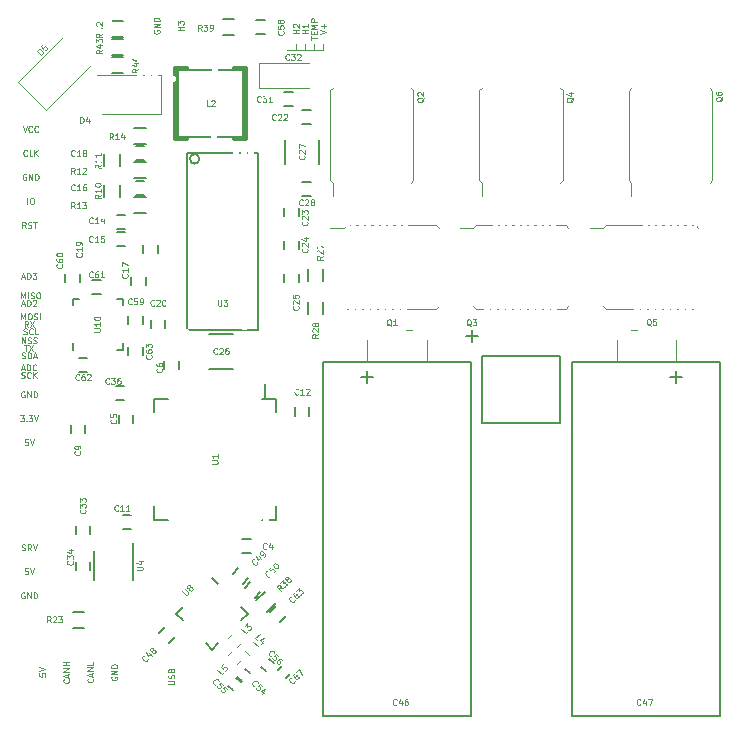
<source format=gto>
G04 #@! TF.GenerationSoftware,KiCad,Pcbnew,(5.1.5-0)*
G04 #@! TF.CreationDate,2019-12-18T14:52:24+08:00*
G04 #@! TF.ProjectId,VESC_6,56455343-5f36-42e6-9b69-6361645f7063,A*
G04 #@! TF.SameCoordinates,Original*
G04 #@! TF.FileFunction,Legend,Top*
G04 #@! TF.FilePolarity,Positive*
%FSLAX46Y46*%
G04 Gerber Fmt 4.6, Leading zero omitted, Abs format (unit mm)*
G04 Created by KiCad (PCBNEW (5.1.5-0)) date 2019-12-18 14:52:24*
%MOMM*%
%LPD*%
G04 APERTURE LIST*
%ADD10C,0.100000*%
%ADD11C,0.203200*%
%ADD12C,0.101600*%
%ADD13C,0.200000*%
%ADD14C,0.120000*%
%ADD15C,0.150000*%
%ADD16C,0.300000*%
%ADD17C,0.127000*%
%ADD18C,0.152400*%
%ADD19R,2.500000X1.800000*%
%ADD20O,1.100000X1.800000*%
%ADD21O,1.100000X2.200000*%
%ADD22O,0.300000X0.850000*%
%ADD23O,0.850000X0.300000*%
%ADD24R,0.800000X0.750000*%
%ADD25R,1.180000X4.700000*%
%ADD26R,3.599180X7.000240*%
%ADD27R,1.501140X0.299720*%
%ADD28R,1.193800X0.304800*%
%ADD29R,0.304800X1.193800*%
%ADD30C,0.900000*%
%ADD31R,1.200000X0.775000*%
%ADD32R,0.350000X0.650000*%
%ADD33R,1.950000X1.500000*%
%ADD34R,1.000000X2.500000*%
%ADD35R,2.500000X1.000000*%
%ADD36R,0.900000X0.500000*%
%ADD37R,0.500000X0.900000*%
%ADD38R,0.750000X0.800000*%
%ADD39C,1.600000*%
%ADD40R,1.699260X1.198880*%
%ADD41O,1.699260X1.198880*%
%ADD42R,0.700000X1.300000*%
%ADD43R,1.100000X0.850000*%
%ADD44R,1.100000X1.700000*%
%ADD45R,1.300000X0.700000*%
%ADD46R,0.850000X1.100000*%
%ADD47R,1.700000X1.100000*%
%ADD48C,3.000000*%
%ADD49R,1.198880X1.699260*%
%ADD50O,1.198880X1.699260*%
%ADD51R,6.000000X5.000000*%
%ADD52C,0.600000*%
G04 APERTURE END LIST*
D10*
X167032000Y-81800000D02*
X167540000Y-81800000D01*
X148028000Y-81800000D02*
X148536000Y-81800000D01*
D11*
X170842000Y-85217000D02*
X170842000Y-86233000D01*
X170334000Y-85725000D02*
X171350000Y-85725000D01*
X144726000Y-85217000D02*
X144726000Y-86233000D01*
X144218000Y-85725000D02*
X145234000Y-85725000D01*
D10*
X165825500Y-82600000D02*
X165825500Y-84455000D01*
X170842000Y-82600000D02*
X170842000Y-84455000D01*
X149742500Y-82600000D02*
X149742500Y-84455000D01*
X144726000Y-82600000D02*
X144726000Y-84455000D01*
D11*
X153543000Y-81788000D02*
X153543000Y-82804000D01*
X153035000Y-82296000D02*
X154051000Y-82296000D01*
D12*
X138584000Y-58039000D02*
X140997000Y-58039000D01*
X139473000Y-58039000D02*
X139473000Y-57531000D01*
X140235000Y-58039000D02*
X140235000Y-57531000D01*
X138711000Y-58039000D02*
X138711000Y-57531000D01*
X137949000Y-58039000D02*
X138711000Y-58039000D01*
X138711000Y-58039000D02*
X137949000Y-58039000D01*
X140997000Y-58039000D02*
X140997000Y-57531000D01*
X140718809Y-56744809D02*
X141226809Y-56575476D01*
X140718809Y-56406142D01*
X141033285Y-56236809D02*
X141033285Y-55849761D01*
X141226809Y-56043285D02*
X140839761Y-56043285D01*
X139956809Y-57180238D02*
X139956809Y-56889952D01*
X140464809Y-57035095D02*
X139956809Y-57035095D01*
X140198714Y-56720619D02*
X140198714Y-56551285D01*
X140464809Y-56478714D02*
X140464809Y-56720619D01*
X139956809Y-56720619D01*
X139956809Y-56478714D01*
X140464809Y-56261000D02*
X139956809Y-56261000D01*
X140319666Y-56091666D01*
X139956809Y-55922333D01*
X140464809Y-55922333D01*
X140464809Y-55680428D02*
X139956809Y-55680428D01*
X139956809Y-55486904D01*
X139981000Y-55438523D01*
X140005190Y-55414333D01*
X140053571Y-55390142D01*
X140126142Y-55390142D01*
X140174523Y-55414333D01*
X140198714Y-55438523D01*
X140222904Y-55486904D01*
X140222904Y-55680428D01*
X139702809Y-56648047D02*
X139194809Y-56648047D01*
X139436714Y-56648047D02*
X139436714Y-56357761D01*
X139702809Y-56357761D02*
X139194809Y-56357761D01*
X139702809Y-55849761D02*
X139702809Y-56140047D01*
X139702809Y-55994904D02*
X139194809Y-55994904D01*
X139267380Y-56043285D01*
X139315761Y-56091666D01*
X139339952Y-56140047D01*
X138940809Y-56648047D02*
X138432809Y-56648047D01*
X138674714Y-56648047D02*
X138674714Y-56357761D01*
X138940809Y-56357761D02*
X138432809Y-56357761D01*
X138481190Y-56140047D02*
X138457000Y-56115857D01*
X138432809Y-56067476D01*
X138432809Y-55946523D01*
X138457000Y-55898142D01*
X138481190Y-55873952D01*
X138529571Y-55849761D01*
X138577952Y-55849761D01*
X138650523Y-55873952D01*
X138940809Y-56164238D01*
X138940809Y-55849761D01*
X129161809Y-56394047D02*
X128653809Y-56394047D01*
X128895714Y-56394047D02*
X128895714Y-56103761D01*
X129161809Y-56103761D02*
X128653809Y-56103761D01*
X128653809Y-55910238D02*
X128653809Y-55595761D01*
X128847333Y-55765095D01*
X128847333Y-55692523D01*
X128871523Y-55644142D01*
X128895714Y-55619952D01*
X128944095Y-55595761D01*
X129065047Y-55595761D01*
X129113428Y-55619952D01*
X129137619Y-55644142D01*
X129161809Y-55692523D01*
X129161809Y-55837666D01*
X129137619Y-55886047D01*
X129113428Y-55910238D01*
X126646000Y-56394047D02*
X126621809Y-56442428D01*
X126621809Y-56515000D01*
X126646000Y-56587571D01*
X126694380Y-56635952D01*
X126742761Y-56660142D01*
X126839523Y-56684333D01*
X126912095Y-56684333D01*
X127008857Y-56660142D01*
X127057238Y-56635952D01*
X127105619Y-56587571D01*
X127129809Y-56515000D01*
X127129809Y-56466619D01*
X127105619Y-56394047D01*
X127081428Y-56369857D01*
X126912095Y-56369857D01*
X126912095Y-56466619D01*
X127129809Y-56152142D02*
X126621809Y-56152142D01*
X127129809Y-55861857D01*
X126621809Y-55861857D01*
X127129809Y-55619952D02*
X126621809Y-55619952D01*
X126621809Y-55499000D01*
X126646000Y-55426428D01*
X126694380Y-55378047D01*
X126742761Y-55353857D01*
X126839523Y-55329666D01*
X126912095Y-55329666D01*
X127008857Y-55353857D01*
X127057238Y-55378047D01*
X127105619Y-55426428D01*
X127129809Y-55499000D01*
X127129809Y-55619952D01*
X115424857Y-85803619D02*
X115497428Y-85827809D01*
X115618380Y-85827809D01*
X115666761Y-85803619D01*
X115690952Y-85779428D01*
X115715142Y-85731047D01*
X115715142Y-85682666D01*
X115690952Y-85634285D01*
X115666761Y-85610095D01*
X115618380Y-85585904D01*
X115521619Y-85561714D01*
X115473238Y-85537523D01*
X115449047Y-85513333D01*
X115424857Y-85464952D01*
X115424857Y-85416571D01*
X115449047Y-85368190D01*
X115473238Y-85344000D01*
X115521619Y-85319809D01*
X115642571Y-85319809D01*
X115715142Y-85344000D01*
X116223142Y-85779428D02*
X116198952Y-85803619D01*
X116126380Y-85827809D01*
X116078000Y-85827809D01*
X116005428Y-85803619D01*
X115957047Y-85755238D01*
X115932857Y-85706857D01*
X115908666Y-85610095D01*
X115908666Y-85537523D01*
X115932857Y-85440761D01*
X115957047Y-85392380D01*
X116005428Y-85344000D01*
X116078000Y-85319809D01*
X116126380Y-85319809D01*
X116198952Y-85344000D01*
X116223142Y-85368190D01*
X116440857Y-85827809D02*
X116440857Y-85319809D01*
X116731142Y-85827809D02*
X116513428Y-85537523D01*
X116731142Y-85319809D02*
X116440857Y-85610095D01*
X115461142Y-84152619D02*
X115533714Y-84176809D01*
X115654666Y-84176809D01*
X115703047Y-84152619D01*
X115727238Y-84128428D01*
X115751428Y-84080047D01*
X115751428Y-84031666D01*
X115727238Y-83983285D01*
X115703047Y-83959095D01*
X115654666Y-83934904D01*
X115557904Y-83910714D01*
X115509523Y-83886523D01*
X115485333Y-83862333D01*
X115461142Y-83813952D01*
X115461142Y-83765571D01*
X115485333Y-83717190D01*
X115509523Y-83693000D01*
X115557904Y-83668809D01*
X115678857Y-83668809D01*
X115751428Y-83693000D01*
X115969142Y-84176809D02*
X115969142Y-83668809D01*
X116090095Y-83668809D01*
X116162666Y-83693000D01*
X116211047Y-83741380D01*
X116235238Y-83789761D01*
X116259428Y-83886523D01*
X116259428Y-83959095D01*
X116235238Y-84055857D01*
X116211047Y-84104238D01*
X116162666Y-84152619D01*
X116090095Y-84176809D01*
X115969142Y-84176809D01*
X116452952Y-84031666D02*
X116694857Y-84031666D01*
X116404571Y-84176809D02*
X116573904Y-83668809D01*
X116743238Y-84176809D01*
X115449047Y-82906809D02*
X115449047Y-82398809D01*
X115739333Y-82906809D01*
X115739333Y-82398809D01*
X115957047Y-82882619D02*
X116029619Y-82906809D01*
X116150571Y-82906809D01*
X116198952Y-82882619D01*
X116223142Y-82858428D01*
X116247333Y-82810047D01*
X116247333Y-82761666D01*
X116223142Y-82713285D01*
X116198952Y-82689095D01*
X116150571Y-82664904D01*
X116053809Y-82640714D01*
X116005428Y-82616523D01*
X115981238Y-82592333D01*
X115957047Y-82543952D01*
X115957047Y-82495571D01*
X115981238Y-82447190D01*
X116005428Y-82423000D01*
X116053809Y-82398809D01*
X116174761Y-82398809D01*
X116247333Y-82423000D01*
X116440857Y-82882619D02*
X116513428Y-82906809D01*
X116634380Y-82906809D01*
X116682761Y-82882619D01*
X116706952Y-82858428D01*
X116731142Y-82810047D01*
X116731142Y-82761666D01*
X116706952Y-82713285D01*
X116682761Y-82689095D01*
X116634380Y-82664904D01*
X116537619Y-82640714D01*
X116489238Y-82616523D01*
X116465047Y-82592333D01*
X116440857Y-82543952D01*
X116440857Y-82495571D01*
X116465047Y-82447190D01*
X116489238Y-82423000D01*
X116537619Y-82398809D01*
X116658571Y-82398809D01*
X116731142Y-82423000D01*
X115600238Y-82120619D02*
X115672809Y-82144809D01*
X115793761Y-82144809D01*
X115842142Y-82120619D01*
X115866333Y-82096428D01*
X115890523Y-82048047D01*
X115890523Y-81999666D01*
X115866333Y-81951285D01*
X115842142Y-81927095D01*
X115793761Y-81902904D01*
X115697000Y-81878714D01*
X115648619Y-81854523D01*
X115624428Y-81830333D01*
X115600238Y-81781952D01*
X115600238Y-81733571D01*
X115624428Y-81685190D01*
X115648619Y-81661000D01*
X115697000Y-81636809D01*
X115817952Y-81636809D01*
X115890523Y-81661000D01*
X116398523Y-82096428D02*
X116374333Y-82120619D01*
X116301761Y-82144809D01*
X116253380Y-82144809D01*
X116180809Y-82120619D01*
X116132428Y-82072238D01*
X116108238Y-82023857D01*
X116084047Y-81927095D01*
X116084047Y-81854523D01*
X116108238Y-81757761D01*
X116132428Y-81709380D01*
X116180809Y-81661000D01*
X116253380Y-81636809D01*
X116301761Y-81636809D01*
X116374333Y-81661000D01*
X116398523Y-81685190D01*
X116858142Y-82144809D02*
X116616238Y-82144809D01*
X116616238Y-81636809D01*
X115993333Y-81509809D02*
X115824000Y-81267904D01*
X115703047Y-81509809D02*
X115703047Y-81001809D01*
X115896571Y-81001809D01*
X115944952Y-81026000D01*
X115969142Y-81050190D01*
X115993333Y-81098571D01*
X115993333Y-81171142D01*
X115969142Y-81219523D01*
X115944952Y-81243714D01*
X115896571Y-81267904D01*
X115703047Y-81267904D01*
X116162666Y-81001809D02*
X116501333Y-81509809D01*
X116501333Y-81001809D02*
X116162666Y-81509809D01*
X115461142Y-79586666D02*
X115703047Y-79586666D01*
X115412761Y-79731809D02*
X115582095Y-79223809D01*
X115751428Y-79731809D01*
X115920761Y-79731809D02*
X115920761Y-79223809D01*
X116041714Y-79223809D01*
X116114285Y-79248000D01*
X116162666Y-79296380D01*
X116186857Y-79344761D01*
X116211047Y-79441523D01*
X116211047Y-79514095D01*
X116186857Y-79610857D01*
X116162666Y-79659238D01*
X116114285Y-79707619D01*
X116041714Y-79731809D01*
X115920761Y-79731809D01*
X116404571Y-79272190D02*
X116428761Y-79248000D01*
X116477142Y-79223809D01*
X116598095Y-79223809D01*
X116646476Y-79248000D01*
X116670666Y-79272190D01*
X116694857Y-79320571D01*
X116694857Y-79368952D01*
X116670666Y-79441523D01*
X116380380Y-79731809D01*
X116694857Y-79731809D01*
D13*
X140993500Y-84474500D02*
X153493500Y-84474500D01*
X153493500Y-114474500D02*
X140993500Y-114474500D01*
X140993500Y-114474500D02*
X140993500Y-84474500D01*
X153493500Y-84474500D02*
X153493500Y-114474500D01*
D12*
X127864809Y-111766047D02*
X128276047Y-111766047D01*
X128324428Y-111741857D01*
X128348619Y-111717666D01*
X128372809Y-111669285D01*
X128372809Y-111572523D01*
X128348619Y-111524142D01*
X128324428Y-111499952D01*
X128276047Y-111475761D01*
X127864809Y-111475761D01*
X128348619Y-111258047D02*
X128372809Y-111185476D01*
X128372809Y-111064523D01*
X128348619Y-111016142D01*
X128324428Y-110991952D01*
X128276047Y-110967761D01*
X128227666Y-110967761D01*
X128179285Y-110991952D01*
X128155095Y-111016142D01*
X128130904Y-111064523D01*
X128106714Y-111161285D01*
X128082523Y-111209666D01*
X128058333Y-111233857D01*
X128009952Y-111258047D01*
X127961571Y-111258047D01*
X127913190Y-111233857D01*
X127889000Y-111209666D01*
X127864809Y-111161285D01*
X127864809Y-111040333D01*
X127889000Y-110967761D01*
X128106714Y-110580714D02*
X128130904Y-110508142D01*
X128155095Y-110483952D01*
X128203476Y-110459761D01*
X128276047Y-110459761D01*
X128324428Y-110483952D01*
X128348619Y-110508142D01*
X128372809Y-110556523D01*
X128372809Y-110750047D01*
X127864809Y-110750047D01*
X127864809Y-110580714D01*
X127889000Y-110532333D01*
X127913190Y-110508142D01*
X127961571Y-110483952D01*
X128009952Y-110483952D01*
X128058333Y-110508142D01*
X128082523Y-110532333D01*
X128106714Y-110580714D01*
X128106714Y-110750047D01*
X123063000Y-111131047D02*
X123038809Y-111179428D01*
X123038809Y-111252000D01*
X123063000Y-111324571D01*
X123111380Y-111372952D01*
X123159761Y-111397142D01*
X123256523Y-111421333D01*
X123329095Y-111421333D01*
X123425857Y-111397142D01*
X123474238Y-111372952D01*
X123522619Y-111324571D01*
X123546809Y-111252000D01*
X123546809Y-111203619D01*
X123522619Y-111131047D01*
X123498428Y-111106857D01*
X123329095Y-111106857D01*
X123329095Y-111203619D01*
X123546809Y-110889142D02*
X123038809Y-110889142D01*
X123546809Y-110598857D01*
X123038809Y-110598857D01*
X123546809Y-110356952D02*
X123038809Y-110356952D01*
X123038809Y-110236000D01*
X123063000Y-110163428D01*
X123111380Y-110115047D01*
X123159761Y-110090857D01*
X123256523Y-110066666D01*
X123329095Y-110066666D01*
X123425857Y-110090857D01*
X123474238Y-110115047D01*
X123522619Y-110163428D01*
X123546809Y-110236000D01*
X123546809Y-110356952D01*
X121466428Y-111276190D02*
X121490619Y-111300380D01*
X121514809Y-111372952D01*
X121514809Y-111421333D01*
X121490619Y-111493904D01*
X121442238Y-111542285D01*
X121393857Y-111566476D01*
X121297095Y-111590666D01*
X121224523Y-111590666D01*
X121127761Y-111566476D01*
X121079380Y-111542285D01*
X121031000Y-111493904D01*
X121006809Y-111421333D01*
X121006809Y-111372952D01*
X121031000Y-111300380D01*
X121055190Y-111276190D01*
X121369666Y-111082666D02*
X121369666Y-110840761D01*
X121514809Y-111131047D02*
X121006809Y-110961714D01*
X121514809Y-110792380D01*
X121514809Y-110623047D02*
X121006809Y-110623047D01*
X121514809Y-110332761D01*
X121006809Y-110332761D01*
X121514809Y-109848952D02*
X121514809Y-110090857D01*
X121006809Y-110090857D01*
X119434428Y-111336666D02*
X119458619Y-111360857D01*
X119482809Y-111433428D01*
X119482809Y-111481809D01*
X119458619Y-111554380D01*
X119410238Y-111602761D01*
X119361857Y-111626952D01*
X119265095Y-111651142D01*
X119192523Y-111651142D01*
X119095761Y-111626952D01*
X119047380Y-111602761D01*
X118999000Y-111554380D01*
X118974809Y-111481809D01*
X118974809Y-111433428D01*
X118999000Y-111360857D01*
X119023190Y-111336666D01*
X119337666Y-111143142D02*
X119337666Y-110901238D01*
X119482809Y-111191523D02*
X118974809Y-111022190D01*
X119482809Y-110852857D01*
X119482809Y-110683523D02*
X118974809Y-110683523D01*
X119482809Y-110393238D01*
X118974809Y-110393238D01*
X119482809Y-110151333D02*
X118974809Y-110151333D01*
X119216714Y-110151333D02*
X119216714Y-109861047D01*
X119482809Y-109861047D02*
X118974809Y-109861047D01*
X116942809Y-110840761D02*
X116942809Y-111082666D01*
X117184714Y-111106857D01*
X117160523Y-111082666D01*
X117136333Y-111034285D01*
X117136333Y-110913333D01*
X117160523Y-110864952D01*
X117184714Y-110840761D01*
X117233095Y-110816571D01*
X117354047Y-110816571D01*
X117402428Y-110840761D01*
X117426619Y-110864952D01*
X117450809Y-110913333D01*
X117450809Y-111034285D01*
X117426619Y-111082666D01*
X117402428Y-111106857D01*
X116942809Y-110671428D02*
X117450809Y-110502095D01*
X116942809Y-110332761D01*
X115690952Y-104013000D02*
X115642571Y-103988809D01*
X115570000Y-103988809D01*
X115497428Y-104013000D01*
X115449047Y-104061380D01*
X115424857Y-104109761D01*
X115400666Y-104206523D01*
X115400666Y-104279095D01*
X115424857Y-104375857D01*
X115449047Y-104424238D01*
X115497428Y-104472619D01*
X115570000Y-104496809D01*
X115618380Y-104496809D01*
X115690952Y-104472619D01*
X115715142Y-104448428D01*
X115715142Y-104279095D01*
X115618380Y-104279095D01*
X115932857Y-104496809D02*
X115932857Y-103988809D01*
X116223142Y-104496809D01*
X116223142Y-103988809D01*
X116465047Y-104496809D02*
X116465047Y-103988809D01*
X116586000Y-103988809D01*
X116658571Y-104013000D01*
X116706952Y-104061380D01*
X116731142Y-104109761D01*
X116755333Y-104206523D01*
X116755333Y-104279095D01*
X116731142Y-104375857D01*
X116706952Y-104424238D01*
X116658571Y-104472619D01*
X116586000Y-104496809D01*
X116465047Y-104496809D01*
X115461142Y-100408619D02*
X115533714Y-100432809D01*
X115654666Y-100432809D01*
X115703047Y-100408619D01*
X115727238Y-100384428D01*
X115751428Y-100336047D01*
X115751428Y-100287666D01*
X115727238Y-100239285D01*
X115703047Y-100215095D01*
X115654666Y-100190904D01*
X115557904Y-100166714D01*
X115509523Y-100142523D01*
X115485333Y-100118333D01*
X115461142Y-100069952D01*
X115461142Y-100021571D01*
X115485333Y-99973190D01*
X115509523Y-99949000D01*
X115557904Y-99924809D01*
X115678857Y-99924809D01*
X115751428Y-99949000D01*
X116259428Y-100432809D02*
X116090095Y-100190904D01*
X115969142Y-100432809D02*
X115969142Y-99924809D01*
X116162666Y-99924809D01*
X116211047Y-99949000D01*
X116235238Y-99973190D01*
X116259428Y-100021571D01*
X116259428Y-100094142D01*
X116235238Y-100142523D01*
X116211047Y-100166714D01*
X116162666Y-100190904D01*
X115969142Y-100190904D01*
X116404571Y-99924809D02*
X116573904Y-100432809D01*
X116743238Y-99924809D01*
X115981238Y-101956809D02*
X115739333Y-101956809D01*
X115715142Y-102198714D01*
X115739333Y-102174523D01*
X115787714Y-102150333D01*
X115908666Y-102150333D01*
X115957047Y-102174523D01*
X115981238Y-102198714D01*
X116005428Y-102247095D01*
X116005428Y-102368047D01*
X115981238Y-102416428D01*
X115957047Y-102440619D01*
X115908666Y-102464809D01*
X115787714Y-102464809D01*
X115739333Y-102440619D01*
X115715142Y-102416428D01*
X116150571Y-101956809D02*
X116319904Y-102464809D01*
X116489238Y-101956809D01*
X115981238Y-91034809D02*
X115739333Y-91034809D01*
X115715142Y-91276714D01*
X115739333Y-91252523D01*
X115787714Y-91228333D01*
X115908666Y-91228333D01*
X115957047Y-91252523D01*
X115981238Y-91276714D01*
X116005428Y-91325095D01*
X116005428Y-91446047D01*
X115981238Y-91494428D01*
X115957047Y-91518619D01*
X115908666Y-91542809D01*
X115787714Y-91542809D01*
X115739333Y-91518619D01*
X115715142Y-91494428D01*
X116150571Y-91034809D02*
X116319904Y-91542809D01*
X116489238Y-91034809D01*
X115328095Y-89002809D02*
X115642571Y-89002809D01*
X115473238Y-89196333D01*
X115545809Y-89196333D01*
X115594190Y-89220523D01*
X115618380Y-89244714D01*
X115642571Y-89293095D01*
X115642571Y-89414047D01*
X115618380Y-89462428D01*
X115594190Y-89486619D01*
X115545809Y-89510809D01*
X115400666Y-89510809D01*
X115352285Y-89486619D01*
X115328095Y-89462428D01*
X115860285Y-89462428D02*
X115884476Y-89486619D01*
X115860285Y-89510809D01*
X115836095Y-89486619D01*
X115860285Y-89462428D01*
X115860285Y-89510809D01*
X116053809Y-89002809D02*
X116368285Y-89002809D01*
X116198952Y-89196333D01*
X116271523Y-89196333D01*
X116319904Y-89220523D01*
X116344095Y-89244714D01*
X116368285Y-89293095D01*
X116368285Y-89414047D01*
X116344095Y-89462428D01*
X116319904Y-89486619D01*
X116271523Y-89510809D01*
X116126380Y-89510809D01*
X116078000Y-89486619D01*
X116053809Y-89462428D01*
X116513428Y-89002809D02*
X116682761Y-89510809D01*
X116852095Y-89002809D01*
X115690952Y-86995000D02*
X115642571Y-86970809D01*
X115570000Y-86970809D01*
X115497428Y-86995000D01*
X115449047Y-87043380D01*
X115424857Y-87091761D01*
X115400666Y-87188523D01*
X115400666Y-87261095D01*
X115424857Y-87357857D01*
X115449047Y-87406238D01*
X115497428Y-87454619D01*
X115570000Y-87478809D01*
X115618380Y-87478809D01*
X115690952Y-87454619D01*
X115715142Y-87430428D01*
X115715142Y-87261095D01*
X115618380Y-87261095D01*
X115932857Y-87478809D02*
X115932857Y-86970809D01*
X116223142Y-87478809D01*
X116223142Y-86970809D01*
X116465047Y-87478809D02*
X116465047Y-86970809D01*
X116586000Y-86970809D01*
X116658571Y-86995000D01*
X116706952Y-87043380D01*
X116731142Y-87091761D01*
X116755333Y-87188523D01*
X116755333Y-87261095D01*
X116731142Y-87357857D01*
X116706952Y-87406238D01*
X116658571Y-87454619D01*
X116586000Y-87478809D01*
X116465047Y-87478809D01*
X115449047Y-85047666D02*
X115690952Y-85047666D01*
X115400666Y-85192809D02*
X115570000Y-84684809D01*
X115739333Y-85192809D01*
X115908666Y-85192809D02*
X115908666Y-84684809D01*
X116029619Y-84684809D01*
X116102190Y-84709000D01*
X116150571Y-84757380D01*
X116174761Y-84805761D01*
X116198952Y-84902523D01*
X116198952Y-84975095D01*
X116174761Y-85071857D01*
X116150571Y-85120238D01*
X116102190Y-85168619D01*
X116029619Y-85192809D01*
X115908666Y-85192809D01*
X116706952Y-85144428D02*
X116682761Y-85168619D01*
X116610190Y-85192809D01*
X116561809Y-85192809D01*
X116489238Y-85168619D01*
X116440857Y-85120238D01*
X116416666Y-85071857D01*
X116392476Y-84975095D01*
X116392476Y-84902523D01*
X116416666Y-84805761D01*
X116440857Y-84757380D01*
X116489238Y-84709000D01*
X116561809Y-84684809D01*
X116610190Y-84684809D01*
X116682761Y-84709000D01*
X116706952Y-84733190D01*
X115690952Y-83033809D02*
X115981238Y-83033809D01*
X115836095Y-83541809D02*
X115836095Y-83033809D01*
X116102190Y-83033809D02*
X116440857Y-83541809D01*
X116440857Y-83033809D02*
X116102190Y-83541809D01*
X115406714Y-80874809D02*
X115406714Y-80366809D01*
X115576047Y-80729666D01*
X115745380Y-80366809D01*
X115745380Y-80874809D01*
X116084047Y-80366809D02*
X116180809Y-80366809D01*
X116229190Y-80391000D01*
X116277571Y-80439380D01*
X116301761Y-80536142D01*
X116301761Y-80705476D01*
X116277571Y-80802238D01*
X116229190Y-80850619D01*
X116180809Y-80874809D01*
X116084047Y-80874809D01*
X116035666Y-80850619D01*
X115987285Y-80802238D01*
X115963095Y-80705476D01*
X115963095Y-80536142D01*
X115987285Y-80439380D01*
X116035666Y-80391000D01*
X116084047Y-80366809D01*
X116495285Y-80850619D02*
X116567857Y-80874809D01*
X116688809Y-80874809D01*
X116737190Y-80850619D01*
X116761380Y-80826428D01*
X116785571Y-80778047D01*
X116785571Y-80729666D01*
X116761380Y-80681285D01*
X116737190Y-80657095D01*
X116688809Y-80632904D01*
X116592047Y-80608714D01*
X116543666Y-80584523D01*
X116519476Y-80560333D01*
X116495285Y-80511952D01*
X116495285Y-80463571D01*
X116519476Y-80415190D01*
X116543666Y-80391000D01*
X116592047Y-80366809D01*
X116713000Y-80366809D01*
X116785571Y-80391000D01*
X117003285Y-80874809D02*
X117003285Y-80366809D01*
X115406714Y-79096809D02*
X115406714Y-78588809D01*
X115576047Y-78951666D01*
X115745380Y-78588809D01*
X115745380Y-79096809D01*
X115987285Y-79096809D02*
X115987285Y-78588809D01*
X116205000Y-79072619D02*
X116277571Y-79096809D01*
X116398523Y-79096809D01*
X116446904Y-79072619D01*
X116471095Y-79048428D01*
X116495285Y-79000047D01*
X116495285Y-78951666D01*
X116471095Y-78903285D01*
X116446904Y-78879095D01*
X116398523Y-78854904D01*
X116301761Y-78830714D01*
X116253380Y-78806523D01*
X116229190Y-78782333D01*
X116205000Y-78733952D01*
X116205000Y-78685571D01*
X116229190Y-78637190D01*
X116253380Y-78613000D01*
X116301761Y-78588809D01*
X116422714Y-78588809D01*
X116495285Y-78613000D01*
X116809761Y-78588809D02*
X116906523Y-78588809D01*
X116954904Y-78613000D01*
X117003285Y-78661380D01*
X117027476Y-78758142D01*
X117027476Y-78927476D01*
X117003285Y-79024238D01*
X116954904Y-79072619D01*
X116906523Y-79096809D01*
X116809761Y-79096809D01*
X116761380Y-79072619D01*
X116713000Y-79024238D01*
X116688809Y-78927476D01*
X116688809Y-78758142D01*
X116713000Y-78661380D01*
X116761380Y-78613000D01*
X116809761Y-78588809D01*
X115461142Y-77300666D02*
X115703047Y-77300666D01*
X115412761Y-77445809D02*
X115582095Y-76937809D01*
X115751428Y-77445809D01*
X115920761Y-77445809D02*
X115920761Y-76937809D01*
X116041714Y-76937809D01*
X116114285Y-76962000D01*
X116162666Y-77010380D01*
X116186857Y-77058761D01*
X116211047Y-77155523D01*
X116211047Y-77228095D01*
X116186857Y-77324857D01*
X116162666Y-77373238D01*
X116114285Y-77421619D01*
X116041714Y-77445809D01*
X115920761Y-77445809D01*
X116380380Y-76937809D02*
X116694857Y-76937809D01*
X116525523Y-77131333D01*
X116598095Y-77131333D01*
X116646476Y-77155523D01*
X116670666Y-77179714D01*
X116694857Y-77228095D01*
X116694857Y-77349047D01*
X116670666Y-77397428D01*
X116646476Y-77421619D01*
X116598095Y-77445809D01*
X116452952Y-77445809D01*
X116404571Y-77421619D01*
X116380380Y-77397428D01*
X115799809Y-73127809D02*
X115630476Y-72885904D01*
X115509523Y-73127809D02*
X115509523Y-72619809D01*
X115703047Y-72619809D01*
X115751428Y-72644000D01*
X115775619Y-72668190D01*
X115799809Y-72716571D01*
X115799809Y-72789142D01*
X115775619Y-72837523D01*
X115751428Y-72861714D01*
X115703047Y-72885904D01*
X115509523Y-72885904D01*
X115993333Y-73103619D02*
X116065904Y-73127809D01*
X116186857Y-73127809D01*
X116235238Y-73103619D01*
X116259428Y-73079428D01*
X116283619Y-73031047D01*
X116283619Y-72982666D01*
X116259428Y-72934285D01*
X116235238Y-72910095D01*
X116186857Y-72885904D01*
X116090095Y-72861714D01*
X116041714Y-72837523D01*
X116017523Y-72813333D01*
X115993333Y-72764952D01*
X115993333Y-72716571D01*
X116017523Y-72668190D01*
X116041714Y-72644000D01*
X116090095Y-72619809D01*
X116211047Y-72619809D01*
X116283619Y-72644000D01*
X116428761Y-72619809D02*
X116719047Y-72619809D01*
X116573904Y-73127809D02*
X116573904Y-72619809D01*
X115938904Y-71095809D02*
X115938904Y-70587809D01*
X116277571Y-70587809D02*
X116374333Y-70587809D01*
X116422714Y-70612000D01*
X116471095Y-70660380D01*
X116495285Y-70757142D01*
X116495285Y-70926476D01*
X116471095Y-71023238D01*
X116422714Y-71071619D01*
X116374333Y-71095809D01*
X116277571Y-71095809D01*
X116229190Y-71071619D01*
X116180809Y-71023238D01*
X116156619Y-70926476D01*
X116156619Y-70757142D01*
X116180809Y-70660380D01*
X116229190Y-70612000D01*
X116277571Y-70587809D01*
X115817952Y-68580000D02*
X115769571Y-68555809D01*
X115697000Y-68555809D01*
X115624428Y-68580000D01*
X115576047Y-68628380D01*
X115551857Y-68676761D01*
X115527666Y-68773523D01*
X115527666Y-68846095D01*
X115551857Y-68942857D01*
X115576047Y-68991238D01*
X115624428Y-69039619D01*
X115697000Y-69063809D01*
X115745380Y-69063809D01*
X115817952Y-69039619D01*
X115842142Y-69015428D01*
X115842142Y-68846095D01*
X115745380Y-68846095D01*
X116059857Y-69063809D02*
X116059857Y-68555809D01*
X116350142Y-69063809D01*
X116350142Y-68555809D01*
X116592047Y-69063809D02*
X116592047Y-68555809D01*
X116713000Y-68555809D01*
X116785571Y-68580000D01*
X116833952Y-68628380D01*
X116858142Y-68676761D01*
X116882333Y-68773523D01*
X116882333Y-68846095D01*
X116858142Y-68942857D01*
X116833952Y-68991238D01*
X116785571Y-69039619D01*
X116713000Y-69063809D01*
X116592047Y-69063809D01*
X115902619Y-66983428D02*
X115878428Y-67007619D01*
X115805857Y-67031809D01*
X115757476Y-67031809D01*
X115684904Y-67007619D01*
X115636523Y-66959238D01*
X115612333Y-66910857D01*
X115588142Y-66814095D01*
X115588142Y-66741523D01*
X115612333Y-66644761D01*
X115636523Y-66596380D01*
X115684904Y-66548000D01*
X115757476Y-66523809D01*
X115805857Y-66523809D01*
X115878428Y-66548000D01*
X115902619Y-66572190D01*
X116362238Y-67031809D02*
X116120333Y-67031809D01*
X116120333Y-66523809D01*
X116531571Y-67031809D02*
X116531571Y-66523809D01*
X116821857Y-67031809D02*
X116604142Y-66741523D01*
X116821857Y-66523809D02*
X116531571Y-66814095D01*
X115527666Y-64491809D02*
X115697000Y-64999809D01*
X115866333Y-64491809D01*
X116325952Y-64951428D02*
X116301761Y-64975619D01*
X116229190Y-64999809D01*
X116180809Y-64999809D01*
X116108238Y-64975619D01*
X116059857Y-64927238D01*
X116035666Y-64878857D01*
X116011476Y-64782095D01*
X116011476Y-64709523D01*
X116035666Y-64612761D01*
X116059857Y-64564380D01*
X116108238Y-64516000D01*
X116180809Y-64491809D01*
X116229190Y-64491809D01*
X116301761Y-64516000D01*
X116325952Y-64540190D01*
X116833952Y-64951428D02*
X116809761Y-64975619D01*
X116737190Y-64999809D01*
X116688809Y-64999809D01*
X116616238Y-64975619D01*
X116567857Y-64927238D01*
X116543666Y-64878857D01*
X116519476Y-64782095D01*
X116519476Y-64709523D01*
X116543666Y-64612761D01*
X116567857Y-64564380D01*
X116616238Y-64516000D01*
X116688809Y-64491809D01*
X116737190Y-64491809D01*
X116809761Y-64516000D01*
X116833952Y-64540190D01*
D13*
X174585500Y-84474500D02*
X174585500Y-114474500D01*
X174585500Y-114474500D02*
X162085500Y-114474500D01*
X162085500Y-114474500D02*
X162085500Y-84474500D01*
X162085500Y-84474500D02*
X174585500Y-84474500D01*
D14*
X127225000Y-63499000D02*
X121825000Y-63499000D01*
X127225000Y-60199000D02*
X121825000Y-60199000D01*
X127225000Y-63499000D02*
X127225000Y-60199000D01*
D15*
X119770000Y-79130000D02*
X120295000Y-79130000D01*
X124070000Y-83430000D02*
X123545000Y-83430000D01*
X124070000Y-79130000D02*
X123545000Y-79130000D01*
X119770000Y-83430000D02*
X119770000Y-82905000D01*
X124070000Y-83430000D02*
X124070000Y-82905000D01*
X124070000Y-79130000D02*
X124070000Y-79655000D01*
X119770000Y-79130000D02*
X119770000Y-79655000D01*
X121000000Y-85309000D02*
X120300000Y-85309000D01*
X120300000Y-84109000D02*
X121000000Y-84109000D01*
D16*
X128445000Y-59600000D02*
X128445000Y-65600000D01*
X134445000Y-65600000D02*
X134445000Y-59600000D01*
X128445000Y-59600000D02*
X129445000Y-59600000D01*
X134445000Y-59600000D02*
X133445000Y-59600000D01*
X128445000Y-65600000D02*
X129445000Y-65600000D01*
X134445000Y-65600000D02*
X133445000Y-65600000D01*
D15*
X128705000Y-59760000D02*
X134185000Y-59760000D01*
X134185000Y-59760000D02*
X134185000Y-65440000D01*
X134185000Y-65440000D02*
X128705000Y-65440000D01*
X128705000Y-65440000D02*
X128705000Y-59760000D01*
D17*
X130510478Y-67287140D02*
G75*
G03X130510478Y-67287140I-406598J0D01*
G01*
X129461260Y-66771520D02*
X135460740Y-66771520D01*
X135460740Y-81770220D02*
X129461260Y-81770220D01*
X135460740Y-81770220D02*
X135460740Y-66771520D01*
X129461260Y-66771520D02*
X129461260Y-81770220D01*
D18*
X136017000Y-87503000D02*
X136017000Y-86347464D01*
X136956800Y-88734736D02*
X136956800Y-87579200D01*
X135801264Y-97840800D02*
X136956800Y-97840800D01*
X126695200Y-96685264D02*
X126695200Y-97840800D01*
X127850736Y-87579200D02*
X126695200Y-87579200D01*
X136956800Y-87579200D02*
X135801264Y-87579200D01*
X136956800Y-97840800D02*
X136956800Y-96685264D01*
X126695200Y-97840800D02*
X127850736Y-97840800D01*
X126695200Y-87579200D02*
X126695200Y-88734736D01*
D14*
X115174111Y-60800437D02*
X118992487Y-56982060D01*
X117507563Y-63133889D02*
X121325940Y-59315513D01*
X115174111Y-60800437D02*
X117507563Y-63133889D01*
D15*
X134612559Y-105791000D02*
X134064551Y-105242992D01*
X131572000Y-108831559D02*
X131023992Y-108283551D01*
X128531441Y-105791000D02*
X129079449Y-106339008D01*
X131572000Y-102750441D02*
X132120008Y-103298449D01*
X131572000Y-108831559D02*
X132120008Y-108283551D01*
X128531441Y-105791000D02*
X129079449Y-105242992D01*
X134612559Y-105791000D02*
X134064551Y-106339008D01*
X124850000Y-99770500D02*
X124850000Y-102945500D01*
X121600000Y-100495500D02*
X121600000Y-102945500D01*
D14*
X135526000Y-59148000D02*
X135526000Y-61248000D01*
X135526000Y-61248000D02*
X139776000Y-61248000D01*
X135526000Y-59148000D02*
X139776000Y-59148000D01*
D15*
X133334000Y-82091000D02*
X131334000Y-82091000D01*
X131334000Y-85041000D02*
X133334000Y-85041000D01*
X140667000Y-67675000D02*
X140667000Y-65675000D01*
X137717000Y-65675000D02*
X137717000Y-67675000D01*
D14*
X135425543Y-108514010D02*
X135071990Y-108160457D01*
X134322457Y-108909990D02*
X134676010Y-109263543D01*
X133674990Y-110025543D02*
X134028543Y-109671990D01*
X133279010Y-108922457D02*
X132925457Y-109276010D01*
X133279010Y-107525457D02*
X132925457Y-107879010D01*
X133674990Y-108628543D02*
X134028543Y-108274990D01*
D15*
X132964348Y-111919099D02*
X133317901Y-112272652D01*
X133989652Y-111600901D02*
X133636099Y-111247348D01*
X133726348Y-111157099D02*
X134079901Y-111510652D01*
X134751652Y-110838901D02*
X134398099Y-110485348D01*
X136783652Y-109949901D02*
X136430099Y-109596348D01*
X135758348Y-110268099D02*
X136111901Y-110621652D01*
X137827099Y-111256652D02*
X138180652Y-110903099D01*
X137508901Y-110231348D02*
X137155348Y-110584901D01*
X136974850Y-104898744D02*
X136267744Y-105605850D01*
X135313150Y-104651256D02*
X136020256Y-103944150D01*
X122438800Y-70477000D02*
X122438800Y-69477000D01*
X123788800Y-69477000D02*
X123788800Y-70477000D01*
X122438800Y-67886200D02*
X122438800Y-66886200D01*
X123788800Y-66886200D02*
X123788800Y-67886200D01*
X125001400Y-67574800D02*
X126001400Y-67574800D01*
X126001400Y-68924800D02*
X125001400Y-68924800D01*
X125001400Y-70521200D02*
X126001400Y-70521200D01*
X126001400Y-71871200D02*
X125001400Y-71871200D01*
X124976000Y-64679200D02*
X125976000Y-64679200D01*
X125976000Y-66029200D02*
X124976000Y-66029200D01*
X119769000Y-105640000D02*
X120769000Y-105640000D01*
X120769000Y-106990000D02*
X119769000Y-106990000D01*
X133469000Y-56809000D02*
X132469000Y-56809000D01*
X132469000Y-55459000D02*
X133469000Y-55459000D01*
X124071000Y-56936000D02*
X123071000Y-56936000D01*
X123071000Y-55586000D02*
X124071000Y-55586000D01*
X124071000Y-58460000D02*
X123071000Y-58460000D01*
X123071000Y-57110000D02*
X124071000Y-57110000D01*
X124071000Y-59984000D02*
X123071000Y-59984000D01*
X123071000Y-58634000D02*
X124071000Y-58634000D01*
X141010000Y-76589000D02*
X141010000Y-77589000D01*
X139660000Y-77589000D02*
X139660000Y-76589000D01*
X141010000Y-79383000D02*
X141010000Y-80383000D01*
X139660000Y-80383000D02*
X139660000Y-79383000D01*
X127090249Y-107441070D02*
X127585223Y-106946096D01*
X128433751Y-107794624D02*
X127938777Y-108289598D01*
X120805500Y-89820000D02*
X120805500Y-90520000D01*
X119605500Y-90520000D02*
X119605500Y-89820000D01*
X137831751Y-105967777D02*
X137336777Y-106462751D01*
X136488249Y-105614223D02*
X136983223Y-105119249D01*
X133313249Y-102439223D02*
X133808223Y-101944249D01*
X134656751Y-102792777D02*
X134161777Y-103287751D01*
X134843000Y-100676000D02*
X134143000Y-100676000D01*
X134143000Y-99476000D02*
X134843000Y-99476000D01*
X124869500Y-88931000D02*
X124869500Y-89631000D01*
X123669500Y-89631000D02*
X123669500Y-88931000D01*
X128743000Y-84359000D02*
X128743000Y-85059000D01*
X127543000Y-85059000D02*
X127543000Y-84359000D01*
X124746500Y-98600000D02*
X124046500Y-98600000D01*
X124046500Y-97400000D02*
X124746500Y-97400000D01*
X138592000Y-89008000D02*
X138592000Y-88308000D01*
X139792000Y-88308000D02*
X139792000Y-89008000D01*
X123525800Y-71993200D02*
X124225800Y-71993200D01*
X124225800Y-73193200D02*
X123525800Y-73193200D01*
X123525800Y-73441000D02*
X124225800Y-73441000D01*
X124225800Y-74641000D02*
X123525800Y-74641000D01*
X125151400Y-69123000D02*
X125851400Y-69123000D01*
X125851400Y-70323000D02*
X125151400Y-70323000D01*
X125949000Y-77247000D02*
X125949000Y-77947000D01*
X124749000Y-77947000D02*
X124749000Y-77247000D01*
X125826000Y-67402000D02*
X125126000Y-67402000D01*
X125126000Y-66202000D02*
X125826000Y-66202000D01*
X125765000Y-75280000D02*
X125765000Y-74580000D01*
X126965000Y-74580000D02*
X126965000Y-75280000D01*
X126400000Y-81630000D02*
X126400000Y-80930000D01*
X127600000Y-80930000D02*
X127600000Y-81630000D01*
X139223000Y-63154000D02*
X139923000Y-63154000D01*
X139923000Y-64354000D02*
X139223000Y-64354000D01*
X137703000Y-72105000D02*
X137703000Y-71405000D01*
X138903000Y-71405000D02*
X138903000Y-72105000D01*
X137703000Y-74899000D02*
X137703000Y-74199000D01*
X138903000Y-74199000D02*
X138903000Y-74899000D01*
X137703000Y-77693000D02*
X137703000Y-76993000D01*
X138903000Y-76993000D02*
X138903000Y-77693000D01*
X139223000Y-69250000D02*
X139923000Y-69250000D01*
X139923000Y-70450000D02*
X139223000Y-70450000D01*
X138399000Y-62830000D02*
X137699000Y-62830000D01*
X137699000Y-61630000D02*
X138399000Y-61630000D01*
X120050000Y-99029000D02*
X120050000Y-98329000D01*
X121250000Y-98329000D02*
X121250000Y-99029000D01*
X121250000Y-101377000D02*
X121250000Y-102077000D01*
X120050000Y-102077000D02*
X120050000Y-101377000D01*
X123411500Y-86522000D02*
X124111500Y-86522000D01*
X124111500Y-87722000D02*
X123411500Y-87722000D01*
X135672751Y-103935777D02*
X135177777Y-104430751D01*
X134329249Y-103582223D02*
X134824223Y-103087249D01*
X136036800Y-56683200D02*
X135336800Y-56683200D01*
X135336800Y-55483200D02*
X136036800Y-55483200D01*
X119161000Y-77693000D02*
X119161000Y-76993000D01*
X120361000Y-76993000D02*
X120361000Y-77693000D01*
X124495000Y-83916000D02*
X124495000Y-83216000D01*
X125695000Y-83216000D02*
X125695000Y-83916000D01*
D14*
X163587960Y-73141840D02*
X164710640Y-73141840D01*
X172534000Y-72919000D02*
X164934000Y-72919000D01*
X172757360Y-73141840D02*
X172534000Y-72919000D01*
X164710640Y-73141840D02*
X164934000Y-72919000D01*
X172534000Y-79989000D02*
X164934000Y-79989000D01*
X172757360Y-79766160D02*
X172534000Y-79989000D01*
X164710640Y-79766160D02*
X164934000Y-79989000D01*
X167080840Y-70440040D02*
X167080840Y-69317360D01*
X166858000Y-61494000D02*
X166858000Y-69094000D01*
X167080840Y-61270640D02*
X166858000Y-61494000D01*
X167080840Y-69317360D02*
X166858000Y-69094000D01*
X173928000Y-61494000D02*
X173928000Y-69094000D01*
X173705160Y-61270640D02*
X173928000Y-61494000D01*
X173705160Y-69317360D02*
X173928000Y-69094000D01*
X141587960Y-73141840D02*
X142710640Y-73141840D01*
X150534000Y-72919000D02*
X142934000Y-72919000D01*
X150757360Y-73141840D02*
X150534000Y-72919000D01*
X142710640Y-73141840D02*
X142934000Y-72919000D01*
X150534000Y-79989000D02*
X142934000Y-79989000D01*
X150757360Y-79766160D02*
X150534000Y-79989000D01*
X142710640Y-79766160D02*
X142934000Y-79989000D01*
X141774840Y-70424040D02*
X141774840Y-69301360D01*
X141552000Y-61478000D02*
X141552000Y-69078000D01*
X141774840Y-61254640D02*
X141552000Y-61478000D01*
X141774840Y-69301360D02*
X141552000Y-69078000D01*
X148622000Y-61478000D02*
X148622000Y-69078000D01*
X148399160Y-61254640D02*
X148622000Y-61478000D01*
X148399160Y-69301360D02*
X148622000Y-69078000D01*
X152574960Y-73141840D02*
X153697640Y-73141840D01*
X161521000Y-72919000D02*
X153921000Y-72919000D01*
X161744360Y-73141840D02*
X161521000Y-72919000D01*
X153697640Y-73141840D02*
X153921000Y-72919000D01*
X161521000Y-79989000D02*
X153921000Y-79989000D01*
X161744360Y-79766160D02*
X161521000Y-79989000D01*
X153697640Y-79766160D02*
X153921000Y-79989000D01*
X154421840Y-70424040D02*
X154421840Y-69301360D01*
X154199000Y-61478000D02*
X154199000Y-69078000D01*
X154421840Y-61254640D02*
X154199000Y-61478000D01*
X154421840Y-69301360D02*
X154199000Y-69078000D01*
X161269000Y-61478000D02*
X161269000Y-69078000D01*
X161046160Y-61254640D02*
X161269000Y-61478000D01*
X161046160Y-69301360D02*
X161269000Y-69078000D01*
D15*
X154434000Y-84000000D02*
X161034000Y-84000000D01*
X161034000Y-84000000D02*
X161034000Y-89600000D01*
X161034000Y-89600000D02*
X154434000Y-89600000D01*
X154434000Y-89600000D02*
X154434000Y-84000000D01*
X124495000Y-81249000D02*
X124495000Y-80549000D01*
X125695000Y-80549000D02*
X125695000Y-81249000D01*
X121443000Y-77505000D02*
X122143000Y-77505000D01*
X122143000Y-78705000D02*
X121443000Y-78705000D01*
D12*
X120402047Y-64237809D02*
X120402047Y-63729809D01*
X120523000Y-63729809D01*
X120595571Y-63754000D01*
X120643952Y-63802380D01*
X120668142Y-63850761D01*
X120692333Y-63947523D01*
X120692333Y-64020095D01*
X120668142Y-64116857D01*
X120643952Y-64165238D01*
X120595571Y-64213619D01*
X120523000Y-64237809D01*
X120402047Y-64237809D01*
X121127761Y-63899142D02*
X121127761Y-64237809D01*
X121006809Y-63705619D02*
X120885857Y-64068476D01*
X121200333Y-64068476D01*
X121596809Y-81908952D02*
X122008047Y-81908952D01*
X122056428Y-81884761D01*
X122080619Y-81860571D01*
X122104809Y-81812190D01*
X122104809Y-81715428D01*
X122080619Y-81667047D01*
X122056428Y-81642857D01*
X122008047Y-81618666D01*
X121596809Y-81618666D01*
X122104809Y-81110666D02*
X122104809Y-81400952D01*
X122104809Y-81255809D02*
X121596809Y-81255809D01*
X121669380Y-81304190D01*
X121717761Y-81352571D01*
X121741952Y-81400952D01*
X121596809Y-80796190D02*
X121596809Y-80747809D01*
X121621000Y-80699428D01*
X121645190Y-80675238D01*
X121693571Y-80651047D01*
X121790333Y-80626857D01*
X121911285Y-80626857D01*
X122008047Y-80651047D01*
X122056428Y-80675238D01*
X122080619Y-80699428D01*
X122104809Y-80747809D01*
X122104809Y-80796190D01*
X122080619Y-80844571D01*
X122056428Y-80868761D01*
X122008047Y-80892952D01*
X121911285Y-80917142D01*
X121790333Y-80917142D01*
X121693571Y-80892952D01*
X121645190Y-80868761D01*
X121621000Y-80844571D01*
X121596809Y-80796190D01*
X120323428Y-85969928D02*
X120299238Y-85994119D01*
X120226666Y-86018309D01*
X120178285Y-86018309D01*
X120105714Y-85994119D01*
X120057333Y-85945738D01*
X120033142Y-85897357D01*
X120008952Y-85800595D01*
X120008952Y-85728023D01*
X120033142Y-85631261D01*
X120057333Y-85582880D01*
X120105714Y-85534500D01*
X120178285Y-85510309D01*
X120226666Y-85510309D01*
X120299238Y-85534500D01*
X120323428Y-85558690D01*
X120758857Y-85510309D02*
X120662095Y-85510309D01*
X120613714Y-85534500D01*
X120589523Y-85558690D01*
X120541142Y-85631261D01*
X120516952Y-85728023D01*
X120516952Y-85921547D01*
X120541142Y-85969928D01*
X120565333Y-85994119D01*
X120613714Y-86018309D01*
X120710476Y-86018309D01*
X120758857Y-85994119D01*
X120783047Y-85969928D01*
X120807238Y-85921547D01*
X120807238Y-85800595D01*
X120783047Y-85752214D01*
X120758857Y-85728023D01*
X120710476Y-85703833D01*
X120613714Y-85703833D01*
X120565333Y-85728023D01*
X120541142Y-85752214D01*
X120516952Y-85800595D01*
X121000761Y-85558690D02*
X121024952Y-85534500D01*
X121073333Y-85510309D01*
X121194285Y-85510309D01*
X121242666Y-85534500D01*
X121266857Y-85558690D01*
X121291047Y-85607071D01*
X121291047Y-85655452D01*
X121266857Y-85728023D01*
X120976571Y-86018309D01*
X121291047Y-86018309D01*
X131364333Y-62829809D02*
X131122428Y-62829809D01*
X131122428Y-62321809D01*
X131509476Y-62370190D02*
X131533666Y-62346000D01*
X131582047Y-62321809D01*
X131703000Y-62321809D01*
X131751380Y-62346000D01*
X131775571Y-62370190D01*
X131799761Y-62418571D01*
X131799761Y-62466952D01*
X131775571Y-62539523D01*
X131485285Y-62829809D01*
X131799761Y-62829809D01*
X132073952Y-79223809D02*
X132073952Y-79635047D01*
X132098142Y-79683428D01*
X132122333Y-79707619D01*
X132170714Y-79731809D01*
X132267476Y-79731809D01*
X132315857Y-79707619D01*
X132340047Y-79683428D01*
X132364238Y-79635047D01*
X132364238Y-79223809D01*
X132557761Y-79223809D02*
X132872238Y-79223809D01*
X132702904Y-79417333D01*
X132775476Y-79417333D01*
X132823857Y-79441523D01*
X132848047Y-79465714D01*
X132872238Y-79514095D01*
X132872238Y-79635047D01*
X132848047Y-79683428D01*
X132823857Y-79707619D01*
X132775476Y-79731809D01*
X132630333Y-79731809D01*
X132581952Y-79707619D01*
X132557761Y-79683428D01*
X131547809Y-93097047D02*
X131959047Y-93097047D01*
X132007428Y-93072857D01*
X132031619Y-93048666D01*
X132055809Y-93000285D01*
X132055809Y-92903523D01*
X132031619Y-92855142D01*
X132007428Y-92830952D01*
X131959047Y-92806761D01*
X131547809Y-92806761D01*
X132055809Y-92298761D02*
X132055809Y-92589047D01*
X132055809Y-92443904D02*
X131547809Y-92443904D01*
X131620380Y-92492285D01*
X131668761Y-92540666D01*
X131692952Y-92589047D01*
X117118368Y-58466631D02*
X116759158Y-58107420D01*
X116844684Y-58021894D01*
X116913105Y-57987684D01*
X116981526Y-57987684D01*
X117032842Y-58004789D01*
X117118368Y-58056105D01*
X117169684Y-58107420D01*
X117221000Y-58192947D01*
X117238105Y-58244262D01*
X117238105Y-58312683D01*
X117203894Y-58381104D01*
X117118368Y-58466631D01*
X117289420Y-57577158D02*
X117118368Y-57748210D01*
X117272315Y-57936368D01*
X117272315Y-57902158D01*
X117289420Y-57850842D01*
X117374947Y-57765316D01*
X117426262Y-57748210D01*
X117460473Y-57748210D01*
X117511789Y-57765316D01*
X117597315Y-57850842D01*
X117614420Y-57902158D01*
X117614420Y-57936368D01*
X117597315Y-57987684D01*
X117511789Y-58073210D01*
X117460473Y-58090315D01*
X117426262Y-58090315D01*
X129056605Y-103887973D02*
X129347394Y-104178762D01*
X129398710Y-104195868D01*
X129432921Y-104195868D01*
X129484236Y-104178762D01*
X129552657Y-104110341D01*
X129569763Y-104059026D01*
X129569763Y-104024815D01*
X129552657Y-103973499D01*
X129261868Y-103682710D01*
X129638184Y-103614289D02*
X129586868Y-103631394D01*
X129552657Y-103631394D01*
X129501342Y-103614289D01*
X129484236Y-103597184D01*
X129467131Y-103545868D01*
X129467131Y-103511658D01*
X129484236Y-103460342D01*
X129552657Y-103391921D01*
X129603973Y-103374816D01*
X129638184Y-103374816D01*
X129689499Y-103391921D01*
X129706605Y-103409026D01*
X129723710Y-103460342D01*
X129723710Y-103494552D01*
X129706605Y-103545868D01*
X129638184Y-103614289D01*
X129621078Y-103665605D01*
X129621078Y-103699815D01*
X129638184Y-103751131D01*
X129706605Y-103819552D01*
X129757920Y-103836657D01*
X129792131Y-103836657D01*
X129843447Y-103819552D01*
X129911868Y-103751131D01*
X129928973Y-103699815D01*
X129928973Y-103665605D01*
X129911868Y-103614289D01*
X129843447Y-103545868D01*
X129792131Y-103528763D01*
X129757920Y-103528763D01*
X129706605Y-103545868D01*
X125197809Y-102107547D02*
X125609047Y-102107547D01*
X125657428Y-102083357D01*
X125681619Y-102059166D01*
X125705809Y-102010785D01*
X125705809Y-101914023D01*
X125681619Y-101865642D01*
X125657428Y-101841452D01*
X125609047Y-101817261D01*
X125197809Y-101817261D01*
X125367142Y-101357642D02*
X125705809Y-101357642D01*
X125173619Y-101478595D02*
X125536476Y-101599547D01*
X125536476Y-101285071D01*
X138103428Y-58855428D02*
X138079238Y-58879619D01*
X138006666Y-58903809D01*
X137958285Y-58903809D01*
X137885714Y-58879619D01*
X137837333Y-58831238D01*
X137813142Y-58782857D01*
X137788952Y-58686095D01*
X137788952Y-58613523D01*
X137813142Y-58516761D01*
X137837333Y-58468380D01*
X137885714Y-58420000D01*
X137958285Y-58395809D01*
X138006666Y-58395809D01*
X138079238Y-58420000D01*
X138103428Y-58444190D01*
X138272761Y-58395809D02*
X138587238Y-58395809D01*
X138417904Y-58589333D01*
X138490476Y-58589333D01*
X138538857Y-58613523D01*
X138563047Y-58637714D01*
X138587238Y-58686095D01*
X138587238Y-58807047D01*
X138563047Y-58855428D01*
X138538857Y-58879619D01*
X138490476Y-58903809D01*
X138345333Y-58903809D01*
X138296952Y-58879619D01*
X138272761Y-58855428D01*
X138780761Y-58444190D02*
X138804952Y-58420000D01*
X138853333Y-58395809D01*
X138974285Y-58395809D01*
X139022666Y-58420000D01*
X139046857Y-58444190D01*
X139071047Y-58492571D01*
X139071047Y-58540952D01*
X139046857Y-58613523D01*
X138756571Y-58903809D01*
X139071047Y-58903809D01*
X132007428Y-83747428D02*
X131983238Y-83771619D01*
X131910666Y-83795809D01*
X131862285Y-83795809D01*
X131789714Y-83771619D01*
X131741333Y-83723238D01*
X131717142Y-83674857D01*
X131692952Y-83578095D01*
X131692952Y-83505523D01*
X131717142Y-83408761D01*
X131741333Y-83360380D01*
X131789714Y-83312000D01*
X131862285Y-83287809D01*
X131910666Y-83287809D01*
X131983238Y-83312000D01*
X132007428Y-83336190D01*
X132200952Y-83336190D02*
X132225142Y-83312000D01*
X132273523Y-83287809D01*
X132394476Y-83287809D01*
X132442857Y-83312000D01*
X132467047Y-83336190D01*
X132491238Y-83384571D01*
X132491238Y-83432952D01*
X132467047Y-83505523D01*
X132176761Y-83795809D01*
X132491238Y-83795809D01*
X132926666Y-83287809D02*
X132829904Y-83287809D01*
X132781523Y-83312000D01*
X132757333Y-83336190D01*
X132708952Y-83408761D01*
X132684761Y-83505523D01*
X132684761Y-83699047D01*
X132708952Y-83747428D01*
X132733142Y-83771619D01*
X132781523Y-83795809D01*
X132878285Y-83795809D01*
X132926666Y-83771619D01*
X132950857Y-83747428D01*
X132975047Y-83699047D01*
X132975047Y-83578095D01*
X132950857Y-83529714D01*
X132926666Y-83505523D01*
X132878285Y-83481333D01*
X132781523Y-83481333D01*
X132733142Y-83505523D01*
X132708952Y-83529714D01*
X132684761Y-83578095D01*
X139373428Y-67001571D02*
X139397619Y-67025761D01*
X139421809Y-67098333D01*
X139421809Y-67146714D01*
X139397619Y-67219285D01*
X139349238Y-67267666D01*
X139300857Y-67291857D01*
X139204095Y-67316047D01*
X139131523Y-67316047D01*
X139034761Y-67291857D01*
X138986380Y-67267666D01*
X138938000Y-67219285D01*
X138913809Y-67146714D01*
X138913809Y-67098333D01*
X138938000Y-67025761D01*
X138962190Y-67001571D01*
X138962190Y-66808047D02*
X138938000Y-66783857D01*
X138913809Y-66735476D01*
X138913809Y-66614523D01*
X138938000Y-66566142D01*
X138962190Y-66541952D01*
X139010571Y-66517761D01*
X139058952Y-66517761D01*
X139131523Y-66541952D01*
X139421809Y-66832238D01*
X139421809Y-66517761D01*
X138913809Y-66348428D02*
X138913809Y-66009761D01*
X139421809Y-66227476D01*
X135413631Y-108052631D02*
X135242579Y-107881579D01*
X135601789Y-107522368D01*
X135926789Y-108086841D02*
X135687315Y-108326315D01*
X135978104Y-107864473D02*
X135636000Y-108035526D01*
X135858368Y-108257894D01*
X132563632Y-110737768D02*
X132392580Y-110908820D01*
X132033369Y-110549610D01*
X132495211Y-110087768D02*
X132324159Y-110258821D01*
X132478106Y-110446979D01*
X132478106Y-110412768D01*
X132495211Y-110361452D01*
X132580737Y-110275926D01*
X132632053Y-110258821D01*
X132666263Y-110258821D01*
X132717579Y-110275926D01*
X132803105Y-110361452D01*
X132820211Y-110412768D01*
X132820211Y-110446979D01*
X132803105Y-110498294D01*
X132717579Y-110583820D01*
X132666263Y-110600926D01*
X132632053Y-110600926D01*
X134595631Y-107283368D02*
X134424579Y-107454420D01*
X134065368Y-107095210D01*
X134321947Y-106838631D02*
X134544315Y-106616263D01*
X134561420Y-106872842D01*
X134612736Y-106821526D01*
X134664052Y-106804421D01*
X134698262Y-106804421D01*
X134749578Y-106821526D01*
X134835104Y-106907052D01*
X134852210Y-106958368D01*
X134852210Y-106992579D01*
X134835104Y-107043894D01*
X134732473Y-107146526D01*
X134681157Y-107163631D01*
X134646947Y-107163631D01*
X131847788Y-111784368D02*
X131813578Y-111784368D01*
X131745157Y-111750158D01*
X131710946Y-111715947D01*
X131676736Y-111647526D01*
X131676736Y-111579105D01*
X131693841Y-111527789D01*
X131745157Y-111442263D01*
X131796473Y-111390947D01*
X131881999Y-111339632D01*
X131933315Y-111322526D01*
X132001736Y-111322526D01*
X132070157Y-111356737D01*
X132104367Y-111390947D01*
X132138578Y-111459368D01*
X132138578Y-111493579D01*
X132497788Y-111784368D02*
X132326735Y-111613316D01*
X132138578Y-111767263D01*
X132172788Y-111767263D01*
X132224104Y-111784368D01*
X132309630Y-111869894D01*
X132326735Y-111921210D01*
X132326735Y-111955420D01*
X132309630Y-112006736D01*
X132224104Y-112092262D01*
X132172788Y-112109368D01*
X132138578Y-112109368D01*
X132087262Y-112092262D01*
X132001736Y-112006736D01*
X131984630Y-111955420D01*
X131984630Y-111921210D01*
X132839893Y-112126473D02*
X132668840Y-111955420D01*
X132480682Y-112109368D01*
X132514893Y-112109368D01*
X132566209Y-112126473D01*
X132651735Y-112211999D01*
X132668840Y-112263315D01*
X132668840Y-112297525D01*
X132651735Y-112348841D01*
X132566209Y-112434367D01*
X132514893Y-112451473D01*
X132480682Y-112451473D01*
X132429367Y-112434367D01*
X132343840Y-112348841D01*
X132326735Y-112297525D01*
X132326735Y-112263315D01*
X135149789Y-111911368D02*
X135115579Y-111911368D01*
X135047158Y-111877158D01*
X135012947Y-111842947D01*
X134978737Y-111774526D01*
X134978737Y-111706105D01*
X134995842Y-111654789D01*
X135047158Y-111569263D01*
X135098474Y-111517947D01*
X135184000Y-111466632D01*
X135235316Y-111449526D01*
X135303737Y-111449526D01*
X135372158Y-111483737D01*
X135406368Y-111517947D01*
X135440579Y-111586368D01*
X135440579Y-111620579D01*
X135799789Y-111911368D02*
X135628736Y-111740316D01*
X135440579Y-111894263D01*
X135474789Y-111894263D01*
X135526105Y-111911368D01*
X135611631Y-111996894D01*
X135628736Y-112048210D01*
X135628736Y-112082420D01*
X135611631Y-112133736D01*
X135526105Y-112219262D01*
X135474789Y-112236368D01*
X135440579Y-112236368D01*
X135389263Y-112219262D01*
X135303737Y-112133736D01*
X135286631Y-112082420D01*
X135286631Y-112048210D01*
X136005052Y-112356104D02*
X135765578Y-112595578D01*
X136056367Y-112133736D02*
X135714262Y-112304789D01*
X135936631Y-112527157D01*
X136546789Y-109371368D02*
X136512579Y-109371368D01*
X136444158Y-109337158D01*
X136409947Y-109302947D01*
X136375737Y-109234526D01*
X136375737Y-109166105D01*
X136392842Y-109114789D01*
X136444158Y-109029263D01*
X136495474Y-108977947D01*
X136581000Y-108926632D01*
X136632316Y-108909526D01*
X136700737Y-108909526D01*
X136769158Y-108943737D01*
X136803368Y-108977947D01*
X136837579Y-109046368D01*
X136837579Y-109080579D01*
X137196789Y-109371368D02*
X137025736Y-109200316D01*
X136837579Y-109354263D01*
X136871789Y-109354263D01*
X136923105Y-109371368D01*
X137008631Y-109456894D01*
X137025736Y-109508210D01*
X137025736Y-109542420D01*
X137008631Y-109593736D01*
X136923105Y-109679262D01*
X136871789Y-109696368D01*
X136837579Y-109696368D01*
X136786263Y-109679262D01*
X136700737Y-109593736D01*
X136683631Y-109542420D01*
X136683631Y-109508210D01*
X137521788Y-109696368D02*
X137453367Y-109627947D01*
X137402052Y-109610841D01*
X137367841Y-109610841D01*
X137282315Y-109627947D01*
X137196789Y-109679262D01*
X137059947Y-109816104D01*
X137042841Y-109867420D01*
X137042841Y-109901631D01*
X137059947Y-109952946D01*
X137128368Y-110021367D01*
X137179683Y-110038473D01*
X137213894Y-110038473D01*
X137265210Y-110021367D01*
X137350736Y-109935841D01*
X137367841Y-109884525D01*
X137367841Y-109850315D01*
X137350736Y-109798999D01*
X137282315Y-109730578D01*
X137230999Y-109713473D01*
X137196789Y-109713473D01*
X137145473Y-109730578D01*
X138581368Y-111484210D02*
X138581368Y-111518420D01*
X138547158Y-111586841D01*
X138512947Y-111621052D01*
X138444526Y-111655262D01*
X138376105Y-111655262D01*
X138324789Y-111638157D01*
X138239263Y-111586841D01*
X138187947Y-111535525D01*
X138136632Y-111449999D01*
X138119526Y-111398683D01*
X138119526Y-111330262D01*
X138153737Y-111261841D01*
X138187947Y-111227631D01*
X138256368Y-111193420D01*
X138290579Y-111193420D01*
X138581368Y-110834210D02*
X138410316Y-111005263D01*
X138564263Y-111193420D01*
X138564263Y-111159210D01*
X138581368Y-111107894D01*
X138666894Y-111022368D01*
X138718210Y-111005263D01*
X138752420Y-111005263D01*
X138803736Y-111022368D01*
X138889262Y-111107894D01*
X138906368Y-111159210D01*
X138906368Y-111193420D01*
X138889262Y-111244736D01*
X138803736Y-111330262D01*
X138752420Y-111347368D01*
X138718210Y-111347368D01*
X138718210Y-110697368D02*
X138957683Y-110457895D01*
X139162946Y-110971052D01*
X137599579Y-103644420D02*
X137308789Y-103593104D01*
X137394316Y-103849683D02*
X137035105Y-103490473D01*
X137171947Y-103353631D01*
X137223263Y-103336526D01*
X137257474Y-103336526D01*
X137308789Y-103353631D01*
X137360105Y-103404947D01*
X137377210Y-103456262D01*
X137377210Y-103490473D01*
X137360105Y-103541789D01*
X137223263Y-103678631D01*
X137360105Y-103165473D02*
X137582473Y-102943105D01*
X137599579Y-103199684D01*
X137650894Y-103148368D01*
X137702210Y-103131263D01*
X137736420Y-103131263D01*
X137787736Y-103148368D01*
X137873262Y-103233894D01*
X137890368Y-103285210D01*
X137890368Y-103319420D01*
X137873262Y-103370736D01*
X137770631Y-103473368D01*
X137719315Y-103490473D01*
X137685105Y-103490473D01*
X137941683Y-102891789D02*
X137890368Y-102908895D01*
X137856157Y-102908895D01*
X137804841Y-102891789D01*
X137787736Y-102874684D01*
X137770631Y-102823368D01*
X137770631Y-102789158D01*
X137787736Y-102737842D01*
X137856157Y-102669421D01*
X137907473Y-102652316D01*
X137941683Y-102652316D01*
X137992999Y-102669421D01*
X138010104Y-102686526D01*
X138027210Y-102737842D01*
X138027210Y-102772053D01*
X138010104Y-102823368D01*
X137941683Y-102891789D01*
X137924578Y-102943105D01*
X137924578Y-102977316D01*
X137941683Y-103028631D01*
X138010104Y-103097052D01*
X138061420Y-103114158D01*
X138095631Y-103114158D01*
X138146946Y-103097052D01*
X138215367Y-103028631D01*
X138232473Y-102977316D01*
X138232473Y-102943105D01*
X138215367Y-102891789D01*
X138146946Y-102823368D01*
X138095631Y-102806263D01*
X138061420Y-102806263D01*
X138010104Y-102823368D01*
X122149809Y-70303571D02*
X121907904Y-70472904D01*
X122149809Y-70593857D02*
X121641809Y-70593857D01*
X121641809Y-70400333D01*
X121666000Y-70351952D01*
X121690190Y-70327761D01*
X121738571Y-70303571D01*
X121811142Y-70303571D01*
X121859523Y-70327761D01*
X121883714Y-70351952D01*
X121907904Y-70400333D01*
X121907904Y-70593857D01*
X122149809Y-69819761D02*
X122149809Y-70110047D01*
X122149809Y-69964904D02*
X121641809Y-69964904D01*
X121714380Y-70013285D01*
X121762761Y-70061666D01*
X121786952Y-70110047D01*
X121641809Y-69505285D02*
X121641809Y-69456904D01*
X121666000Y-69408523D01*
X121690190Y-69384333D01*
X121738571Y-69360142D01*
X121835333Y-69335952D01*
X121956285Y-69335952D01*
X122053047Y-69360142D01*
X122101428Y-69384333D01*
X122125619Y-69408523D01*
X122149809Y-69456904D01*
X122149809Y-69505285D01*
X122125619Y-69553666D01*
X122101428Y-69577857D01*
X122053047Y-69602047D01*
X121956285Y-69626238D01*
X121835333Y-69626238D01*
X121738571Y-69602047D01*
X121690190Y-69577857D01*
X121666000Y-69553666D01*
X121641809Y-69505285D01*
X122149809Y-67763571D02*
X121907904Y-67932904D01*
X122149809Y-68053857D02*
X121641809Y-68053857D01*
X121641809Y-67860333D01*
X121666000Y-67811952D01*
X121690190Y-67787761D01*
X121738571Y-67763571D01*
X121811142Y-67763571D01*
X121859523Y-67787761D01*
X121883714Y-67811952D01*
X121907904Y-67860333D01*
X121907904Y-68053857D01*
X122149809Y-67279761D02*
X122149809Y-67570047D01*
X122149809Y-67424904D02*
X121641809Y-67424904D01*
X121714380Y-67473285D01*
X121762761Y-67521666D01*
X121786952Y-67570047D01*
X122149809Y-66795952D02*
X122149809Y-67086238D01*
X122149809Y-66941095D02*
X121641809Y-66941095D01*
X121714380Y-66989476D01*
X121762761Y-67037857D01*
X121786952Y-67086238D01*
X119942428Y-68530409D02*
X119773095Y-68288504D01*
X119652142Y-68530409D02*
X119652142Y-68022409D01*
X119845666Y-68022409D01*
X119894047Y-68046600D01*
X119918238Y-68070790D01*
X119942428Y-68119171D01*
X119942428Y-68191742D01*
X119918238Y-68240123D01*
X119894047Y-68264314D01*
X119845666Y-68288504D01*
X119652142Y-68288504D01*
X120426238Y-68530409D02*
X120135952Y-68530409D01*
X120281095Y-68530409D02*
X120281095Y-68022409D01*
X120232714Y-68094980D01*
X120184333Y-68143361D01*
X120135952Y-68167552D01*
X120619761Y-68070790D02*
X120643952Y-68046600D01*
X120692333Y-68022409D01*
X120813285Y-68022409D01*
X120861666Y-68046600D01*
X120885857Y-68070790D01*
X120910047Y-68119171D01*
X120910047Y-68167552D01*
X120885857Y-68240123D01*
X120595571Y-68530409D01*
X120910047Y-68530409D01*
X119942428Y-71476809D02*
X119773095Y-71234904D01*
X119652142Y-71476809D02*
X119652142Y-70968809D01*
X119845666Y-70968809D01*
X119894047Y-70993000D01*
X119918238Y-71017190D01*
X119942428Y-71065571D01*
X119942428Y-71138142D01*
X119918238Y-71186523D01*
X119894047Y-71210714D01*
X119845666Y-71234904D01*
X119652142Y-71234904D01*
X120426238Y-71476809D02*
X120135952Y-71476809D01*
X120281095Y-71476809D02*
X120281095Y-70968809D01*
X120232714Y-71041380D01*
X120184333Y-71089761D01*
X120135952Y-71113952D01*
X120595571Y-70968809D02*
X120910047Y-70968809D01*
X120740714Y-71162333D01*
X120813285Y-71162333D01*
X120861666Y-71186523D01*
X120885857Y-71210714D01*
X120910047Y-71259095D01*
X120910047Y-71380047D01*
X120885857Y-71428428D01*
X120861666Y-71452619D01*
X120813285Y-71476809D01*
X120668142Y-71476809D01*
X120619761Y-71452619D01*
X120595571Y-71428428D01*
X123193628Y-65634809D02*
X123024295Y-65392904D01*
X122903342Y-65634809D02*
X122903342Y-65126809D01*
X123096866Y-65126809D01*
X123145247Y-65151000D01*
X123169438Y-65175190D01*
X123193628Y-65223571D01*
X123193628Y-65296142D01*
X123169438Y-65344523D01*
X123145247Y-65368714D01*
X123096866Y-65392904D01*
X122903342Y-65392904D01*
X123677438Y-65634809D02*
X123387152Y-65634809D01*
X123532295Y-65634809D02*
X123532295Y-65126809D01*
X123483914Y-65199380D01*
X123435533Y-65247761D01*
X123387152Y-65271952D01*
X124112866Y-65296142D02*
X124112866Y-65634809D01*
X123991914Y-65102619D02*
X123870961Y-65465476D01*
X124185438Y-65465476D01*
X117910428Y-106528809D02*
X117741095Y-106286904D01*
X117620142Y-106528809D02*
X117620142Y-106020809D01*
X117813666Y-106020809D01*
X117862047Y-106045000D01*
X117886238Y-106069190D01*
X117910428Y-106117571D01*
X117910428Y-106190142D01*
X117886238Y-106238523D01*
X117862047Y-106262714D01*
X117813666Y-106286904D01*
X117620142Y-106286904D01*
X118103952Y-106069190D02*
X118128142Y-106045000D01*
X118176523Y-106020809D01*
X118297476Y-106020809D01*
X118345857Y-106045000D01*
X118370047Y-106069190D01*
X118394238Y-106117571D01*
X118394238Y-106165952D01*
X118370047Y-106238523D01*
X118079761Y-106528809D01*
X118394238Y-106528809D01*
X118563571Y-106020809D02*
X118878047Y-106020809D01*
X118708714Y-106214333D01*
X118781285Y-106214333D01*
X118829666Y-106238523D01*
X118853857Y-106262714D01*
X118878047Y-106311095D01*
X118878047Y-106432047D01*
X118853857Y-106480428D01*
X118829666Y-106504619D01*
X118781285Y-106528809D01*
X118636142Y-106528809D01*
X118587761Y-106504619D01*
X118563571Y-106480428D01*
X130686628Y-56414609D02*
X130517295Y-56172704D01*
X130396342Y-56414609D02*
X130396342Y-55906609D01*
X130589866Y-55906609D01*
X130638247Y-55930800D01*
X130662438Y-55954990D01*
X130686628Y-56003371D01*
X130686628Y-56075942D01*
X130662438Y-56124323D01*
X130638247Y-56148514D01*
X130589866Y-56172704D01*
X130396342Y-56172704D01*
X130855961Y-55906609D02*
X131170438Y-55906609D01*
X131001104Y-56100133D01*
X131073676Y-56100133D01*
X131122057Y-56124323D01*
X131146247Y-56148514D01*
X131170438Y-56196895D01*
X131170438Y-56317847D01*
X131146247Y-56366228D01*
X131122057Y-56390419D01*
X131073676Y-56414609D01*
X130928533Y-56414609D01*
X130880152Y-56390419D01*
X130855961Y-56366228D01*
X131412342Y-56414609D02*
X131509104Y-56414609D01*
X131557485Y-56390419D01*
X131581676Y-56366228D01*
X131630057Y-56293657D01*
X131654247Y-56196895D01*
X131654247Y-56003371D01*
X131630057Y-55954990D01*
X131605866Y-55930800D01*
X131557485Y-55906609D01*
X131460723Y-55906609D01*
X131412342Y-55930800D01*
X131388152Y-55954990D01*
X131363961Y-56003371D01*
X131363961Y-56124323D01*
X131388152Y-56172704D01*
X131412342Y-56196895D01*
X131460723Y-56221085D01*
X131557485Y-56221085D01*
X131605866Y-56196895D01*
X131630057Y-56172704D01*
X131654247Y-56124323D01*
X122272509Y-56669871D02*
X122030604Y-56839204D01*
X122272509Y-56960157D02*
X121764509Y-56960157D01*
X121764509Y-56766633D01*
X121788700Y-56718252D01*
X121812890Y-56694061D01*
X121861271Y-56669871D01*
X121933842Y-56669871D01*
X121982223Y-56694061D01*
X122006414Y-56718252D01*
X122030604Y-56766633D01*
X122030604Y-56960157D01*
X121933842Y-56234442D02*
X122272509Y-56234442D01*
X121740319Y-56355395D02*
X122103176Y-56476347D01*
X122103176Y-56161871D01*
X121812890Y-55992538D02*
X121788700Y-55968347D01*
X121764509Y-55919966D01*
X121764509Y-55799014D01*
X121788700Y-55750633D01*
X121812890Y-55726442D01*
X121861271Y-55702252D01*
X121909652Y-55702252D01*
X121982223Y-55726442D01*
X122272509Y-56016728D01*
X122272509Y-55702252D01*
X122272509Y-58066871D02*
X122030604Y-58236204D01*
X122272509Y-58357157D02*
X121764509Y-58357157D01*
X121764509Y-58163633D01*
X121788700Y-58115252D01*
X121812890Y-58091061D01*
X121861271Y-58066871D01*
X121933842Y-58066871D01*
X121982223Y-58091061D01*
X122006414Y-58115252D01*
X122030604Y-58163633D01*
X122030604Y-58357157D01*
X121933842Y-57631442D02*
X122272509Y-57631442D01*
X121740319Y-57752395D02*
X122103176Y-57873347D01*
X122103176Y-57558871D01*
X121764509Y-57413728D02*
X121764509Y-57099252D01*
X121958033Y-57268585D01*
X121958033Y-57196014D01*
X121982223Y-57147633D01*
X122006414Y-57123442D01*
X122054795Y-57099252D01*
X122175747Y-57099252D01*
X122224128Y-57123442D01*
X122248319Y-57147633D01*
X122272509Y-57196014D01*
X122272509Y-57341157D01*
X122248319Y-57389538D01*
X122224128Y-57413728D01*
X125324809Y-59635571D02*
X125082904Y-59804904D01*
X125324809Y-59925857D02*
X124816809Y-59925857D01*
X124816809Y-59732333D01*
X124841000Y-59683952D01*
X124865190Y-59659761D01*
X124913571Y-59635571D01*
X124986142Y-59635571D01*
X125034523Y-59659761D01*
X125058714Y-59683952D01*
X125082904Y-59732333D01*
X125082904Y-59925857D01*
X124986142Y-59200142D02*
X125324809Y-59200142D01*
X124792619Y-59321095D02*
X125155476Y-59442047D01*
X125155476Y-59127571D01*
X124986142Y-58716333D02*
X125324809Y-58716333D01*
X124792619Y-58837285D02*
X125155476Y-58958238D01*
X125155476Y-58643761D01*
X140945809Y-75510571D02*
X140703904Y-75679904D01*
X140945809Y-75800857D02*
X140437809Y-75800857D01*
X140437809Y-75607333D01*
X140462000Y-75558952D01*
X140486190Y-75534761D01*
X140534571Y-75510571D01*
X140607142Y-75510571D01*
X140655523Y-75534761D01*
X140679714Y-75558952D01*
X140703904Y-75607333D01*
X140703904Y-75800857D01*
X140486190Y-75317047D02*
X140462000Y-75292857D01*
X140437809Y-75244476D01*
X140437809Y-75123523D01*
X140462000Y-75075142D01*
X140486190Y-75050952D01*
X140534571Y-75026761D01*
X140582952Y-75026761D01*
X140655523Y-75050952D01*
X140945809Y-75341238D01*
X140945809Y-75026761D01*
X140437809Y-74857428D02*
X140437809Y-74518761D01*
X140945809Y-74736476D01*
X140564809Y-82114571D02*
X140322904Y-82283904D01*
X140564809Y-82404857D02*
X140056809Y-82404857D01*
X140056809Y-82211333D01*
X140081000Y-82162952D01*
X140105190Y-82138761D01*
X140153571Y-82114571D01*
X140226142Y-82114571D01*
X140274523Y-82138761D01*
X140298714Y-82162952D01*
X140322904Y-82211333D01*
X140322904Y-82404857D01*
X140105190Y-81921047D02*
X140081000Y-81896857D01*
X140056809Y-81848476D01*
X140056809Y-81727523D01*
X140081000Y-81679142D01*
X140105190Y-81654952D01*
X140153571Y-81630761D01*
X140201952Y-81630761D01*
X140274523Y-81654952D01*
X140564809Y-81945238D01*
X140564809Y-81630761D01*
X140274523Y-81340476D02*
X140250333Y-81388857D01*
X140226142Y-81413047D01*
X140177761Y-81437238D01*
X140153571Y-81437238D01*
X140105190Y-81413047D01*
X140081000Y-81388857D01*
X140056809Y-81340476D01*
X140056809Y-81243714D01*
X140081000Y-81195333D01*
X140105190Y-81171142D01*
X140153571Y-81146952D01*
X140177761Y-81146952D01*
X140226142Y-81171142D01*
X140250333Y-81195333D01*
X140274523Y-81243714D01*
X140274523Y-81340476D01*
X140298714Y-81388857D01*
X140322904Y-81413047D01*
X140371285Y-81437238D01*
X140468047Y-81437238D01*
X140516428Y-81413047D01*
X140540619Y-81388857D01*
X140564809Y-81340476D01*
X140564809Y-81243714D01*
X140540619Y-81195333D01*
X140516428Y-81171142D01*
X140468047Y-81146952D01*
X140371285Y-81146952D01*
X140322904Y-81171142D01*
X140298714Y-81195333D01*
X140274523Y-81243714D01*
X126135368Y-109628057D02*
X126135368Y-109662267D01*
X126101158Y-109730688D01*
X126066947Y-109764899D01*
X125998526Y-109799109D01*
X125930105Y-109799109D01*
X125878789Y-109782004D01*
X125793263Y-109730688D01*
X125741947Y-109679372D01*
X125690632Y-109593846D01*
X125673526Y-109542530D01*
X125673526Y-109474109D01*
X125707737Y-109405688D01*
X125741947Y-109371478D01*
X125810368Y-109337267D01*
X125844579Y-109337267D01*
X126238000Y-109114899D02*
X126477473Y-109354373D01*
X126015631Y-109063584D02*
X126186684Y-109405688D01*
X126409052Y-109183320D01*
X126511683Y-108909636D02*
X126460368Y-108926742D01*
X126426157Y-108926742D01*
X126374841Y-108909636D01*
X126357736Y-108892531D01*
X126340631Y-108841215D01*
X126340631Y-108807005D01*
X126357736Y-108755689D01*
X126426157Y-108687268D01*
X126477473Y-108670163D01*
X126511683Y-108670163D01*
X126562999Y-108687268D01*
X126580104Y-108704373D01*
X126597210Y-108755689D01*
X126597210Y-108789900D01*
X126580104Y-108841215D01*
X126511683Y-108909636D01*
X126494578Y-108960952D01*
X126494578Y-108995163D01*
X126511683Y-109046478D01*
X126580104Y-109114899D01*
X126631420Y-109132005D01*
X126665631Y-109132005D01*
X126716946Y-109114899D01*
X126785367Y-109046478D01*
X126802473Y-108995163D01*
X126802473Y-108960952D01*
X126785367Y-108909636D01*
X126716946Y-108841215D01*
X126665631Y-108824110D01*
X126631420Y-108824110D01*
X126580104Y-108841215D01*
X120386928Y-92032666D02*
X120411119Y-92056857D01*
X120435309Y-92129428D01*
X120435309Y-92177809D01*
X120411119Y-92250380D01*
X120362738Y-92298761D01*
X120314357Y-92322952D01*
X120217595Y-92347142D01*
X120145023Y-92347142D01*
X120048261Y-92322952D01*
X119999880Y-92298761D01*
X119951500Y-92250380D01*
X119927309Y-92177809D01*
X119927309Y-92129428D01*
X119951500Y-92056857D01*
X119975690Y-92032666D01*
X120435309Y-91790761D02*
X120435309Y-91694000D01*
X120411119Y-91645619D01*
X120386928Y-91621428D01*
X120314357Y-91573047D01*
X120217595Y-91548857D01*
X120024071Y-91548857D01*
X119975690Y-91573047D01*
X119951500Y-91597238D01*
X119927309Y-91645619D01*
X119927309Y-91742380D01*
X119951500Y-91790761D01*
X119975690Y-91814952D01*
X120024071Y-91839142D01*
X120145023Y-91839142D01*
X120193404Y-91814952D01*
X120217595Y-91790761D01*
X120241785Y-91742380D01*
X120241785Y-91645619D01*
X120217595Y-91597238D01*
X120193404Y-91573047D01*
X120145023Y-91548857D01*
X138581368Y-104626210D02*
X138581368Y-104660420D01*
X138547158Y-104728841D01*
X138512947Y-104763052D01*
X138444526Y-104797262D01*
X138376105Y-104797262D01*
X138324789Y-104780157D01*
X138239263Y-104728841D01*
X138187947Y-104677525D01*
X138136632Y-104591999D01*
X138119526Y-104540683D01*
X138119526Y-104472262D01*
X138153737Y-104403841D01*
X138187947Y-104369631D01*
X138256368Y-104335420D01*
X138290579Y-104335420D01*
X138581368Y-103976210D02*
X138410316Y-104147263D01*
X138564263Y-104335420D01*
X138564263Y-104301210D01*
X138581368Y-104249894D01*
X138666894Y-104164368D01*
X138718210Y-104147263D01*
X138752420Y-104147263D01*
X138803736Y-104164368D01*
X138889262Y-104249894D01*
X138906368Y-104301210D01*
X138906368Y-104335420D01*
X138889262Y-104386736D01*
X138803736Y-104472262D01*
X138752420Y-104489368D01*
X138718210Y-104489368D01*
X138718210Y-103839368D02*
X138940578Y-103617000D01*
X138957683Y-103873579D01*
X139008999Y-103822263D01*
X139060315Y-103805158D01*
X139094525Y-103805158D01*
X139145841Y-103822263D01*
X139231367Y-103907789D01*
X139248473Y-103959105D01*
X139248473Y-103993316D01*
X139231367Y-104044631D01*
X139128736Y-104147263D01*
X139077420Y-104164368D01*
X139043210Y-104164368D01*
X135406368Y-101451210D02*
X135406368Y-101485420D01*
X135372158Y-101553841D01*
X135337947Y-101588052D01*
X135269526Y-101622262D01*
X135201105Y-101622262D01*
X135149789Y-101605157D01*
X135064263Y-101553841D01*
X135012947Y-101502525D01*
X134961632Y-101416999D01*
X134944526Y-101365683D01*
X134944526Y-101297262D01*
X134978737Y-101228841D01*
X135012947Y-101194631D01*
X135081368Y-101160420D01*
X135115579Y-101160420D01*
X135509000Y-100938052D02*
X135748473Y-101177526D01*
X135286631Y-100886737D02*
X135457684Y-101228841D01*
X135680052Y-101006473D01*
X135953736Y-100972263D02*
X136022157Y-100903842D01*
X136039262Y-100852526D01*
X136039262Y-100818316D01*
X136022157Y-100732789D01*
X135970841Y-100647263D01*
X135833999Y-100510421D01*
X135782683Y-100493316D01*
X135748473Y-100493316D01*
X135697157Y-100510421D01*
X135628736Y-100578842D01*
X135611631Y-100630158D01*
X135611631Y-100664368D01*
X135628736Y-100715684D01*
X135714262Y-100801210D01*
X135765578Y-100818316D01*
X135799789Y-100818316D01*
X135851104Y-100801210D01*
X135919525Y-100732789D01*
X135936631Y-100681474D01*
X135936631Y-100647263D01*
X135919525Y-100595947D01*
X136186333Y-100257428D02*
X136162142Y-100281619D01*
X136089571Y-100305809D01*
X136041190Y-100305809D01*
X135968619Y-100281619D01*
X135920238Y-100233238D01*
X135896047Y-100184857D01*
X135871857Y-100088095D01*
X135871857Y-100015523D01*
X135896047Y-99918761D01*
X135920238Y-99870380D01*
X135968619Y-99822000D01*
X136041190Y-99797809D01*
X136089571Y-99797809D01*
X136162142Y-99822000D01*
X136186333Y-99846190D01*
X136621761Y-99967142D02*
X136621761Y-100305809D01*
X136500809Y-99773619D02*
X136379857Y-100136476D01*
X136694333Y-100136476D01*
X123434928Y-89365666D02*
X123459119Y-89389857D01*
X123483309Y-89462428D01*
X123483309Y-89510809D01*
X123459119Y-89583380D01*
X123410738Y-89631761D01*
X123362357Y-89655952D01*
X123265595Y-89680142D01*
X123193023Y-89680142D01*
X123096261Y-89655952D01*
X123047880Y-89631761D01*
X122999500Y-89583380D01*
X122975309Y-89510809D01*
X122975309Y-89462428D01*
X122999500Y-89389857D01*
X123023690Y-89365666D01*
X122975309Y-88906047D02*
X122975309Y-89147952D01*
X123217214Y-89172142D01*
X123193023Y-89147952D01*
X123168833Y-89099571D01*
X123168833Y-88978619D01*
X123193023Y-88930238D01*
X123217214Y-88906047D01*
X123265595Y-88881857D01*
X123386547Y-88881857D01*
X123434928Y-88906047D01*
X123459119Y-88930238D01*
X123483309Y-88978619D01*
X123483309Y-89099571D01*
X123459119Y-89147952D01*
X123434928Y-89172142D01*
X127308428Y-85047666D02*
X127332619Y-85071857D01*
X127356809Y-85144428D01*
X127356809Y-85192809D01*
X127332619Y-85265380D01*
X127284238Y-85313761D01*
X127235857Y-85337952D01*
X127139095Y-85362142D01*
X127066523Y-85362142D01*
X126969761Y-85337952D01*
X126921380Y-85313761D01*
X126873000Y-85265380D01*
X126848809Y-85192809D01*
X126848809Y-85144428D01*
X126873000Y-85071857D01*
X126897190Y-85047666D01*
X126848809Y-84612238D02*
X126848809Y-84709000D01*
X126873000Y-84757380D01*
X126897190Y-84781571D01*
X126969761Y-84829952D01*
X127066523Y-84854142D01*
X127260047Y-84854142D01*
X127308428Y-84829952D01*
X127332619Y-84805761D01*
X127356809Y-84757380D01*
X127356809Y-84660619D01*
X127332619Y-84612238D01*
X127308428Y-84588047D01*
X127260047Y-84563857D01*
X127139095Y-84563857D01*
X127090714Y-84588047D01*
X127066523Y-84612238D01*
X127042333Y-84660619D01*
X127042333Y-84757380D01*
X127066523Y-84805761D01*
X127090714Y-84829952D01*
X127139095Y-84854142D01*
X123625428Y-97038428D02*
X123601238Y-97062619D01*
X123528666Y-97086809D01*
X123480285Y-97086809D01*
X123407714Y-97062619D01*
X123359333Y-97014238D01*
X123335142Y-96965857D01*
X123310952Y-96869095D01*
X123310952Y-96796523D01*
X123335142Y-96699761D01*
X123359333Y-96651380D01*
X123407714Y-96603000D01*
X123480285Y-96578809D01*
X123528666Y-96578809D01*
X123601238Y-96603000D01*
X123625428Y-96627190D01*
X124109238Y-97086809D02*
X123818952Y-97086809D01*
X123964095Y-97086809D02*
X123964095Y-96578809D01*
X123915714Y-96651380D01*
X123867333Y-96699761D01*
X123818952Y-96723952D01*
X124593047Y-97086809D02*
X124302761Y-97086809D01*
X124447904Y-97086809D02*
X124447904Y-96578809D01*
X124399523Y-96651380D01*
X124351142Y-96699761D01*
X124302761Y-96723952D01*
X138865428Y-87188428D02*
X138841238Y-87212619D01*
X138768666Y-87236809D01*
X138720285Y-87236809D01*
X138647714Y-87212619D01*
X138599333Y-87164238D01*
X138575142Y-87115857D01*
X138550952Y-87019095D01*
X138550952Y-86946523D01*
X138575142Y-86849761D01*
X138599333Y-86801380D01*
X138647714Y-86753000D01*
X138720285Y-86728809D01*
X138768666Y-86728809D01*
X138841238Y-86753000D01*
X138865428Y-86777190D01*
X139349238Y-87236809D02*
X139058952Y-87236809D01*
X139204095Y-87236809D02*
X139204095Y-86728809D01*
X139155714Y-86801380D01*
X139107333Y-86849761D01*
X139058952Y-86873952D01*
X139542761Y-86777190D02*
X139566952Y-86753000D01*
X139615333Y-86728809D01*
X139736285Y-86728809D01*
X139784666Y-86753000D01*
X139808857Y-86777190D01*
X139833047Y-86825571D01*
X139833047Y-86873952D01*
X139808857Y-86946523D01*
X139518571Y-87236809D01*
X139833047Y-87236809D01*
X121466428Y-72698428D02*
X121442238Y-72722619D01*
X121369666Y-72746809D01*
X121321285Y-72746809D01*
X121248714Y-72722619D01*
X121200333Y-72674238D01*
X121176142Y-72625857D01*
X121151952Y-72529095D01*
X121151952Y-72456523D01*
X121176142Y-72359761D01*
X121200333Y-72311380D01*
X121248714Y-72263000D01*
X121321285Y-72238809D01*
X121369666Y-72238809D01*
X121442238Y-72263000D01*
X121466428Y-72287190D01*
X121950238Y-72746809D02*
X121659952Y-72746809D01*
X121805095Y-72746809D02*
X121805095Y-72238809D01*
X121756714Y-72311380D01*
X121708333Y-72359761D01*
X121659952Y-72383952D01*
X122385666Y-72408142D02*
X122385666Y-72746809D01*
X122264714Y-72214619D02*
X122143761Y-72577476D01*
X122458238Y-72577476D01*
X121466428Y-74273228D02*
X121442238Y-74297419D01*
X121369666Y-74321609D01*
X121321285Y-74321609D01*
X121248714Y-74297419D01*
X121200333Y-74249038D01*
X121176142Y-74200657D01*
X121151952Y-74103895D01*
X121151952Y-74031323D01*
X121176142Y-73934561D01*
X121200333Y-73886180D01*
X121248714Y-73837800D01*
X121321285Y-73813609D01*
X121369666Y-73813609D01*
X121442238Y-73837800D01*
X121466428Y-73861990D01*
X121950238Y-74321609D02*
X121659952Y-74321609D01*
X121805095Y-74321609D02*
X121805095Y-73813609D01*
X121756714Y-73886180D01*
X121708333Y-73934561D01*
X121659952Y-73958752D01*
X122409857Y-73813609D02*
X122167952Y-73813609D01*
X122143761Y-74055514D01*
X122167952Y-74031323D01*
X122216333Y-74007133D01*
X122337285Y-74007133D01*
X122385666Y-74031323D01*
X122409857Y-74055514D01*
X122434047Y-74103895D01*
X122434047Y-74224847D01*
X122409857Y-74273228D01*
X122385666Y-74297419D01*
X122337285Y-74321609D01*
X122216333Y-74321609D01*
X122167952Y-74297419D01*
X122143761Y-74273228D01*
X119942428Y-69904428D02*
X119918238Y-69928619D01*
X119845666Y-69952809D01*
X119797285Y-69952809D01*
X119724714Y-69928619D01*
X119676333Y-69880238D01*
X119652142Y-69831857D01*
X119627952Y-69735095D01*
X119627952Y-69662523D01*
X119652142Y-69565761D01*
X119676333Y-69517380D01*
X119724714Y-69469000D01*
X119797285Y-69444809D01*
X119845666Y-69444809D01*
X119918238Y-69469000D01*
X119942428Y-69493190D01*
X120426238Y-69952809D02*
X120135952Y-69952809D01*
X120281095Y-69952809D02*
X120281095Y-69444809D01*
X120232714Y-69517380D01*
X120184333Y-69565761D01*
X120135952Y-69589952D01*
X120861666Y-69444809D02*
X120764904Y-69444809D01*
X120716523Y-69469000D01*
X120692333Y-69493190D01*
X120643952Y-69565761D01*
X120619761Y-69662523D01*
X120619761Y-69856047D01*
X120643952Y-69904428D01*
X120668142Y-69928619D01*
X120716523Y-69952809D01*
X120813285Y-69952809D01*
X120861666Y-69928619D01*
X120885857Y-69904428D01*
X120910047Y-69856047D01*
X120910047Y-69735095D01*
X120885857Y-69686714D01*
X120861666Y-69662523D01*
X120813285Y-69638333D01*
X120716523Y-69638333D01*
X120668142Y-69662523D01*
X120643952Y-69686714D01*
X120619761Y-69735095D01*
X124387428Y-77034571D02*
X124411619Y-77058761D01*
X124435809Y-77131333D01*
X124435809Y-77179714D01*
X124411619Y-77252285D01*
X124363238Y-77300666D01*
X124314857Y-77324857D01*
X124218095Y-77349047D01*
X124145523Y-77349047D01*
X124048761Y-77324857D01*
X124000380Y-77300666D01*
X123952000Y-77252285D01*
X123927809Y-77179714D01*
X123927809Y-77131333D01*
X123952000Y-77058761D01*
X123976190Y-77034571D01*
X124435809Y-76550761D02*
X124435809Y-76841047D01*
X124435809Y-76695904D02*
X123927809Y-76695904D01*
X124000380Y-76744285D01*
X124048761Y-76792666D01*
X124072952Y-76841047D01*
X123927809Y-76381428D02*
X123927809Y-76042761D01*
X124435809Y-76260476D01*
X119942428Y-66983428D02*
X119918238Y-67007619D01*
X119845666Y-67031809D01*
X119797285Y-67031809D01*
X119724714Y-67007619D01*
X119676333Y-66959238D01*
X119652142Y-66910857D01*
X119627952Y-66814095D01*
X119627952Y-66741523D01*
X119652142Y-66644761D01*
X119676333Y-66596380D01*
X119724714Y-66548000D01*
X119797285Y-66523809D01*
X119845666Y-66523809D01*
X119918238Y-66548000D01*
X119942428Y-66572190D01*
X120426238Y-67031809D02*
X120135952Y-67031809D01*
X120281095Y-67031809D02*
X120281095Y-66523809D01*
X120232714Y-66596380D01*
X120184333Y-66644761D01*
X120135952Y-66668952D01*
X120716523Y-66741523D02*
X120668142Y-66717333D01*
X120643952Y-66693142D01*
X120619761Y-66644761D01*
X120619761Y-66620571D01*
X120643952Y-66572190D01*
X120668142Y-66548000D01*
X120716523Y-66523809D01*
X120813285Y-66523809D01*
X120861666Y-66548000D01*
X120885857Y-66572190D01*
X120910047Y-66620571D01*
X120910047Y-66644761D01*
X120885857Y-66693142D01*
X120861666Y-66717333D01*
X120813285Y-66741523D01*
X120716523Y-66741523D01*
X120668142Y-66765714D01*
X120643952Y-66789904D01*
X120619761Y-66838285D01*
X120619761Y-66935047D01*
X120643952Y-66983428D01*
X120668142Y-67007619D01*
X120716523Y-67031809D01*
X120813285Y-67031809D01*
X120861666Y-67007619D01*
X120885857Y-66983428D01*
X120910047Y-66935047D01*
X120910047Y-66838285D01*
X120885857Y-66789904D01*
X120861666Y-66765714D01*
X120813285Y-66741523D01*
X120513928Y-75256571D02*
X120538119Y-75280761D01*
X120562309Y-75353333D01*
X120562309Y-75401714D01*
X120538119Y-75474285D01*
X120489738Y-75522666D01*
X120441357Y-75546857D01*
X120344595Y-75571047D01*
X120272023Y-75571047D01*
X120175261Y-75546857D01*
X120126880Y-75522666D01*
X120078500Y-75474285D01*
X120054309Y-75401714D01*
X120054309Y-75353333D01*
X120078500Y-75280761D01*
X120102690Y-75256571D01*
X120562309Y-74772761D02*
X120562309Y-75063047D01*
X120562309Y-74917904D02*
X120054309Y-74917904D01*
X120126880Y-74966285D01*
X120175261Y-75014666D01*
X120199452Y-75063047D01*
X120562309Y-74530857D02*
X120562309Y-74434095D01*
X120538119Y-74385714D01*
X120513928Y-74361523D01*
X120441357Y-74313142D01*
X120344595Y-74288952D01*
X120151071Y-74288952D01*
X120102690Y-74313142D01*
X120078500Y-74337333D01*
X120054309Y-74385714D01*
X120054309Y-74482476D01*
X120078500Y-74530857D01*
X120102690Y-74555047D01*
X120151071Y-74579238D01*
X120272023Y-74579238D01*
X120320404Y-74555047D01*
X120344595Y-74530857D01*
X120368785Y-74482476D01*
X120368785Y-74385714D01*
X120344595Y-74337333D01*
X120320404Y-74313142D01*
X120272023Y-74288952D01*
X126673428Y-79671428D02*
X126649238Y-79695619D01*
X126576666Y-79719809D01*
X126528285Y-79719809D01*
X126455714Y-79695619D01*
X126407333Y-79647238D01*
X126383142Y-79598857D01*
X126358952Y-79502095D01*
X126358952Y-79429523D01*
X126383142Y-79332761D01*
X126407333Y-79284380D01*
X126455714Y-79236000D01*
X126528285Y-79211809D01*
X126576666Y-79211809D01*
X126649238Y-79236000D01*
X126673428Y-79260190D01*
X126866952Y-79260190D02*
X126891142Y-79236000D01*
X126939523Y-79211809D01*
X127060476Y-79211809D01*
X127108857Y-79236000D01*
X127133047Y-79260190D01*
X127157238Y-79308571D01*
X127157238Y-79356952D01*
X127133047Y-79429523D01*
X126842761Y-79719809D01*
X127157238Y-79719809D01*
X127471714Y-79211809D02*
X127520095Y-79211809D01*
X127568476Y-79236000D01*
X127592666Y-79260190D01*
X127616857Y-79308571D01*
X127641047Y-79405333D01*
X127641047Y-79526285D01*
X127616857Y-79623047D01*
X127592666Y-79671428D01*
X127568476Y-79695619D01*
X127520095Y-79719809D01*
X127471714Y-79719809D01*
X127423333Y-79695619D01*
X127399142Y-79671428D01*
X127374952Y-79623047D01*
X127350761Y-79526285D01*
X127350761Y-79405333D01*
X127374952Y-79308571D01*
X127399142Y-79260190D01*
X127423333Y-79236000D01*
X127471714Y-79211809D01*
X136960428Y-63935428D02*
X136936238Y-63959619D01*
X136863666Y-63983809D01*
X136815285Y-63983809D01*
X136742714Y-63959619D01*
X136694333Y-63911238D01*
X136670142Y-63862857D01*
X136645952Y-63766095D01*
X136645952Y-63693523D01*
X136670142Y-63596761D01*
X136694333Y-63548380D01*
X136742714Y-63500000D01*
X136815285Y-63475809D01*
X136863666Y-63475809D01*
X136936238Y-63500000D01*
X136960428Y-63524190D01*
X137153952Y-63524190D02*
X137178142Y-63500000D01*
X137226523Y-63475809D01*
X137347476Y-63475809D01*
X137395857Y-63500000D01*
X137420047Y-63524190D01*
X137444238Y-63572571D01*
X137444238Y-63620952D01*
X137420047Y-63693523D01*
X137129761Y-63983809D01*
X137444238Y-63983809D01*
X137637761Y-63524190D02*
X137661952Y-63500000D01*
X137710333Y-63475809D01*
X137831285Y-63475809D01*
X137879666Y-63500000D01*
X137903857Y-63524190D01*
X137928047Y-63572571D01*
X137928047Y-63620952D01*
X137903857Y-63693523D01*
X137613571Y-63983809D01*
X137928047Y-63983809D01*
X139627428Y-72589571D02*
X139651619Y-72613761D01*
X139675809Y-72686333D01*
X139675809Y-72734714D01*
X139651619Y-72807285D01*
X139603238Y-72855666D01*
X139554857Y-72879857D01*
X139458095Y-72904047D01*
X139385523Y-72904047D01*
X139288761Y-72879857D01*
X139240380Y-72855666D01*
X139192000Y-72807285D01*
X139167809Y-72734714D01*
X139167809Y-72686333D01*
X139192000Y-72613761D01*
X139216190Y-72589571D01*
X139216190Y-72396047D02*
X139192000Y-72371857D01*
X139167809Y-72323476D01*
X139167809Y-72202523D01*
X139192000Y-72154142D01*
X139216190Y-72129952D01*
X139264571Y-72105761D01*
X139312952Y-72105761D01*
X139385523Y-72129952D01*
X139675809Y-72420238D01*
X139675809Y-72105761D01*
X139167809Y-71936428D02*
X139167809Y-71621952D01*
X139361333Y-71791285D01*
X139361333Y-71718714D01*
X139385523Y-71670333D01*
X139409714Y-71646142D01*
X139458095Y-71621952D01*
X139579047Y-71621952D01*
X139627428Y-71646142D01*
X139651619Y-71670333D01*
X139675809Y-71718714D01*
X139675809Y-71863857D01*
X139651619Y-71912238D01*
X139627428Y-71936428D01*
X139627428Y-74875571D02*
X139651619Y-74899761D01*
X139675809Y-74972333D01*
X139675809Y-75020714D01*
X139651619Y-75093285D01*
X139603238Y-75141666D01*
X139554857Y-75165857D01*
X139458095Y-75190047D01*
X139385523Y-75190047D01*
X139288761Y-75165857D01*
X139240380Y-75141666D01*
X139192000Y-75093285D01*
X139167809Y-75020714D01*
X139167809Y-74972333D01*
X139192000Y-74899761D01*
X139216190Y-74875571D01*
X139216190Y-74682047D02*
X139192000Y-74657857D01*
X139167809Y-74609476D01*
X139167809Y-74488523D01*
X139192000Y-74440142D01*
X139216190Y-74415952D01*
X139264571Y-74391761D01*
X139312952Y-74391761D01*
X139385523Y-74415952D01*
X139675809Y-74706238D01*
X139675809Y-74391761D01*
X139337142Y-73956333D02*
X139675809Y-73956333D01*
X139143619Y-74077285D02*
X139506476Y-74198238D01*
X139506476Y-73883761D01*
X138865428Y-79752371D02*
X138889619Y-79776561D01*
X138913809Y-79849133D01*
X138913809Y-79897514D01*
X138889619Y-79970085D01*
X138841238Y-80018466D01*
X138792857Y-80042657D01*
X138696095Y-80066847D01*
X138623523Y-80066847D01*
X138526761Y-80042657D01*
X138478380Y-80018466D01*
X138430000Y-79970085D01*
X138405809Y-79897514D01*
X138405809Y-79849133D01*
X138430000Y-79776561D01*
X138454190Y-79752371D01*
X138454190Y-79558847D02*
X138430000Y-79534657D01*
X138405809Y-79486276D01*
X138405809Y-79365323D01*
X138430000Y-79316942D01*
X138454190Y-79292752D01*
X138502571Y-79268561D01*
X138550952Y-79268561D01*
X138623523Y-79292752D01*
X138913809Y-79583038D01*
X138913809Y-79268561D01*
X138405809Y-78808942D02*
X138405809Y-79050847D01*
X138647714Y-79075038D01*
X138623523Y-79050847D01*
X138599333Y-79002466D01*
X138599333Y-78881514D01*
X138623523Y-78833133D01*
X138647714Y-78808942D01*
X138696095Y-78784752D01*
X138817047Y-78784752D01*
X138865428Y-78808942D01*
X138889619Y-78833133D01*
X138913809Y-78881514D01*
X138913809Y-79002466D01*
X138889619Y-79050847D01*
X138865428Y-79075038D01*
X139246428Y-71174428D02*
X139222238Y-71198619D01*
X139149666Y-71222809D01*
X139101285Y-71222809D01*
X139028714Y-71198619D01*
X138980333Y-71150238D01*
X138956142Y-71101857D01*
X138931952Y-71005095D01*
X138931952Y-70932523D01*
X138956142Y-70835761D01*
X138980333Y-70787380D01*
X139028714Y-70739000D01*
X139101285Y-70714809D01*
X139149666Y-70714809D01*
X139222238Y-70739000D01*
X139246428Y-70763190D01*
X139439952Y-70763190D02*
X139464142Y-70739000D01*
X139512523Y-70714809D01*
X139633476Y-70714809D01*
X139681857Y-70739000D01*
X139706047Y-70763190D01*
X139730238Y-70811571D01*
X139730238Y-70859952D01*
X139706047Y-70932523D01*
X139415761Y-71222809D01*
X139730238Y-71222809D01*
X140020523Y-70932523D02*
X139972142Y-70908333D01*
X139947952Y-70884142D01*
X139923761Y-70835761D01*
X139923761Y-70811571D01*
X139947952Y-70763190D01*
X139972142Y-70739000D01*
X140020523Y-70714809D01*
X140117285Y-70714809D01*
X140165666Y-70739000D01*
X140189857Y-70763190D01*
X140214047Y-70811571D01*
X140214047Y-70835761D01*
X140189857Y-70884142D01*
X140165666Y-70908333D01*
X140117285Y-70932523D01*
X140020523Y-70932523D01*
X139972142Y-70956714D01*
X139947952Y-70980904D01*
X139923761Y-71029285D01*
X139923761Y-71126047D01*
X139947952Y-71174428D01*
X139972142Y-71198619D01*
X140020523Y-71222809D01*
X140117285Y-71222809D01*
X140165666Y-71198619D01*
X140189857Y-71174428D01*
X140214047Y-71126047D01*
X140214047Y-71029285D01*
X140189857Y-70980904D01*
X140165666Y-70956714D01*
X140117285Y-70932523D01*
X135690428Y-62411428D02*
X135666238Y-62435619D01*
X135593666Y-62459809D01*
X135545285Y-62459809D01*
X135472714Y-62435619D01*
X135424333Y-62387238D01*
X135400142Y-62338857D01*
X135375952Y-62242095D01*
X135375952Y-62169523D01*
X135400142Y-62072761D01*
X135424333Y-62024380D01*
X135472714Y-61976000D01*
X135545285Y-61951809D01*
X135593666Y-61951809D01*
X135666238Y-61976000D01*
X135690428Y-62000190D01*
X135859761Y-61951809D02*
X136174238Y-61951809D01*
X136004904Y-62145333D01*
X136077476Y-62145333D01*
X136125857Y-62169523D01*
X136150047Y-62193714D01*
X136174238Y-62242095D01*
X136174238Y-62363047D01*
X136150047Y-62411428D01*
X136125857Y-62435619D01*
X136077476Y-62459809D01*
X135932333Y-62459809D01*
X135883952Y-62435619D01*
X135859761Y-62411428D01*
X136658047Y-62459809D02*
X136367761Y-62459809D01*
X136512904Y-62459809D02*
X136512904Y-61951809D01*
X136464523Y-62024380D01*
X136416142Y-62072761D01*
X136367761Y-62096952D01*
X120831428Y-96973571D02*
X120855619Y-96997761D01*
X120879809Y-97070333D01*
X120879809Y-97118714D01*
X120855619Y-97191285D01*
X120807238Y-97239666D01*
X120758857Y-97263857D01*
X120662095Y-97288047D01*
X120589523Y-97288047D01*
X120492761Y-97263857D01*
X120444380Y-97239666D01*
X120396000Y-97191285D01*
X120371809Y-97118714D01*
X120371809Y-97070333D01*
X120396000Y-96997761D01*
X120420190Y-96973571D01*
X120371809Y-96804238D02*
X120371809Y-96489761D01*
X120565333Y-96659095D01*
X120565333Y-96586523D01*
X120589523Y-96538142D01*
X120613714Y-96513952D01*
X120662095Y-96489761D01*
X120783047Y-96489761D01*
X120831428Y-96513952D01*
X120855619Y-96538142D01*
X120879809Y-96586523D01*
X120879809Y-96731666D01*
X120855619Y-96780047D01*
X120831428Y-96804238D01*
X120371809Y-96320428D02*
X120371809Y-96005952D01*
X120565333Y-96175285D01*
X120565333Y-96102714D01*
X120589523Y-96054333D01*
X120613714Y-96030142D01*
X120662095Y-96005952D01*
X120783047Y-96005952D01*
X120831428Y-96030142D01*
X120855619Y-96054333D01*
X120879809Y-96102714D01*
X120879809Y-96247857D01*
X120855619Y-96296238D01*
X120831428Y-96320428D01*
X119764628Y-101326571D02*
X119788819Y-101350761D01*
X119813009Y-101423333D01*
X119813009Y-101471714D01*
X119788819Y-101544285D01*
X119740438Y-101592666D01*
X119692057Y-101616857D01*
X119595295Y-101641047D01*
X119522723Y-101641047D01*
X119425961Y-101616857D01*
X119377580Y-101592666D01*
X119329200Y-101544285D01*
X119305009Y-101471714D01*
X119305009Y-101423333D01*
X119329200Y-101350761D01*
X119353390Y-101326571D01*
X119305009Y-101157238D02*
X119305009Y-100842761D01*
X119498533Y-101012095D01*
X119498533Y-100939523D01*
X119522723Y-100891142D01*
X119546914Y-100866952D01*
X119595295Y-100842761D01*
X119716247Y-100842761D01*
X119764628Y-100866952D01*
X119788819Y-100891142D01*
X119813009Y-100939523D01*
X119813009Y-101084666D01*
X119788819Y-101133047D01*
X119764628Y-101157238D01*
X119474342Y-100407333D02*
X119813009Y-100407333D01*
X119280819Y-100528285D02*
X119643676Y-100649238D01*
X119643676Y-100334761D01*
X122863428Y-86287428D02*
X122839238Y-86311619D01*
X122766666Y-86335809D01*
X122718285Y-86335809D01*
X122645714Y-86311619D01*
X122597333Y-86263238D01*
X122573142Y-86214857D01*
X122548952Y-86118095D01*
X122548952Y-86045523D01*
X122573142Y-85948761D01*
X122597333Y-85900380D01*
X122645714Y-85852000D01*
X122718285Y-85827809D01*
X122766666Y-85827809D01*
X122839238Y-85852000D01*
X122863428Y-85876190D01*
X123032761Y-85827809D02*
X123347238Y-85827809D01*
X123177904Y-86021333D01*
X123250476Y-86021333D01*
X123298857Y-86045523D01*
X123323047Y-86069714D01*
X123347238Y-86118095D01*
X123347238Y-86239047D01*
X123323047Y-86287428D01*
X123298857Y-86311619D01*
X123250476Y-86335809D01*
X123105333Y-86335809D01*
X123056952Y-86311619D01*
X123032761Y-86287428D01*
X123782666Y-85827809D02*
X123685904Y-85827809D01*
X123637523Y-85852000D01*
X123613333Y-85876190D01*
X123564952Y-85948761D01*
X123540761Y-86045523D01*
X123540761Y-86239047D01*
X123564952Y-86287428D01*
X123589142Y-86311619D01*
X123637523Y-86335809D01*
X123734285Y-86335809D01*
X123782666Y-86311619D01*
X123806857Y-86287428D01*
X123831047Y-86239047D01*
X123831047Y-86118095D01*
X123806857Y-86069714D01*
X123782666Y-86045523D01*
X123734285Y-86021333D01*
X123637523Y-86021333D01*
X123589142Y-86045523D01*
X123564952Y-86069714D01*
X123540761Y-86118095D01*
X136549368Y-102467210D02*
X136549368Y-102501420D01*
X136515158Y-102569841D01*
X136480947Y-102604052D01*
X136412526Y-102638262D01*
X136344105Y-102638262D01*
X136292789Y-102621157D01*
X136207263Y-102569841D01*
X136155947Y-102518525D01*
X136104632Y-102432999D01*
X136087526Y-102381683D01*
X136087526Y-102313262D01*
X136121737Y-102244841D01*
X136155947Y-102210631D01*
X136224368Y-102176420D01*
X136258579Y-102176420D01*
X136549368Y-101817210D02*
X136378316Y-101988263D01*
X136532263Y-102176420D01*
X136532263Y-102142210D01*
X136549368Y-102090894D01*
X136634894Y-102005368D01*
X136686210Y-101988263D01*
X136720420Y-101988263D01*
X136771736Y-102005368D01*
X136857262Y-102090894D01*
X136874368Y-102142210D01*
X136874368Y-102176420D01*
X136857262Y-102227736D01*
X136771736Y-102313262D01*
X136720420Y-102330368D01*
X136686210Y-102330368D01*
X136788841Y-101577737D02*
X136823052Y-101543526D01*
X136874368Y-101526421D01*
X136908578Y-101526421D01*
X136959894Y-101543526D01*
X137045420Y-101594842D01*
X137130946Y-101680368D01*
X137182262Y-101765895D01*
X137199367Y-101817210D01*
X137199367Y-101851421D01*
X137182262Y-101902737D01*
X137148052Y-101936947D01*
X137096736Y-101954052D01*
X137062525Y-101954052D01*
X137011210Y-101936947D01*
X136925683Y-101885631D01*
X136840157Y-101800105D01*
X136788841Y-101714579D01*
X136771736Y-101663263D01*
X136771736Y-101629053D01*
X136788841Y-101577737D01*
X137595428Y-56460571D02*
X137619619Y-56484761D01*
X137643809Y-56557333D01*
X137643809Y-56605714D01*
X137619619Y-56678285D01*
X137571238Y-56726666D01*
X137522857Y-56750857D01*
X137426095Y-56775047D01*
X137353523Y-56775047D01*
X137256761Y-56750857D01*
X137208380Y-56726666D01*
X137160000Y-56678285D01*
X137135809Y-56605714D01*
X137135809Y-56557333D01*
X137160000Y-56484761D01*
X137184190Y-56460571D01*
X137135809Y-56000952D02*
X137135809Y-56242857D01*
X137377714Y-56267047D01*
X137353523Y-56242857D01*
X137329333Y-56194476D01*
X137329333Y-56073523D01*
X137353523Y-56025142D01*
X137377714Y-56000952D01*
X137426095Y-55976761D01*
X137547047Y-55976761D01*
X137595428Y-56000952D01*
X137619619Y-56025142D01*
X137643809Y-56073523D01*
X137643809Y-56194476D01*
X137619619Y-56242857D01*
X137595428Y-56267047D01*
X137353523Y-55686476D02*
X137329333Y-55734857D01*
X137305142Y-55759047D01*
X137256761Y-55783238D01*
X137232571Y-55783238D01*
X137184190Y-55759047D01*
X137160000Y-55734857D01*
X137135809Y-55686476D01*
X137135809Y-55589714D01*
X137160000Y-55541333D01*
X137184190Y-55517142D01*
X137232571Y-55492952D01*
X137256761Y-55492952D01*
X137305142Y-55517142D01*
X137329333Y-55541333D01*
X137353523Y-55589714D01*
X137353523Y-55686476D01*
X137377714Y-55734857D01*
X137401904Y-55759047D01*
X137450285Y-55783238D01*
X137547047Y-55783238D01*
X137595428Y-55759047D01*
X137619619Y-55734857D01*
X137643809Y-55686476D01*
X137643809Y-55589714D01*
X137619619Y-55541333D01*
X137595428Y-55517142D01*
X137547047Y-55492952D01*
X137450285Y-55492952D01*
X137401904Y-55517142D01*
X137377714Y-55541333D01*
X137353523Y-55589714D01*
X118862928Y-76209071D02*
X118887119Y-76233261D01*
X118911309Y-76305833D01*
X118911309Y-76354214D01*
X118887119Y-76426785D01*
X118838738Y-76475166D01*
X118790357Y-76499357D01*
X118693595Y-76523547D01*
X118621023Y-76523547D01*
X118524261Y-76499357D01*
X118475880Y-76475166D01*
X118427500Y-76426785D01*
X118403309Y-76354214D01*
X118403309Y-76305833D01*
X118427500Y-76233261D01*
X118451690Y-76209071D01*
X118403309Y-75773642D02*
X118403309Y-75870404D01*
X118427500Y-75918785D01*
X118451690Y-75942976D01*
X118524261Y-75991357D01*
X118621023Y-76015547D01*
X118814547Y-76015547D01*
X118862928Y-75991357D01*
X118887119Y-75967166D01*
X118911309Y-75918785D01*
X118911309Y-75822023D01*
X118887119Y-75773642D01*
X118862928Y-75749452D01*
X118814547Y-75725261D01*
X118693595Y-75725261D01*
X118645214Y-75749452D01*
X118621023Y-75773642D01*
X118596833Y-75822023D01*
X118596833Y-75918785D01*
X118621023Y-75967166D01*
X118645214Y-75991357D01*
X118693595Y-76015547D01*
X118403309Y-75410785D02*
X118403309Y-75362404D01*
X118427500Y-75314023D01*
X118451690Y-75289833D01*
X118500071Y-75265642D01*
X118596833Y-75241452D01*
X118717785Y-75241452D01*
X118814547Y-75265642D01*
X118862928Y-75289833D01*
X118887119Y-75314023D01*
X118911309Y-75362404D01*
X118911309Y-75410785D01*
X118887119Y-75459166D01*
X118862928Y-75483357D01*
X118814547Y-75507547D01*
X118717785Y-75531738D01*
X118596833Y-75531738D01*
X118500071Y-75507547D01*
X118451690Y-75483357D01*
X118427500Y-75459166D01*
X118403309Y-75410785D01*
X126419428Y-83892571D02*
X126443619Y-83916761D01*
X126467809Y-83989333D01*
X126467809Y-84037714D01*
X126443619Y-84110285D01*
X126395238Y-84158666D01*
X126346857Y-84182857D01*
X126250095Y-84207047D01*
X126177523Y-84207047D01*
X126080761Y-84182857D01*
X126032380Y-84158666D01*
X125984000Y-84110285D01*
X125959809Y-84037714D01*
X125959809Y-83989333D01*
X125984000Y-83916761D01*
X126008190Y-83892571D01*
X125959809Y-83457142D02*
X125959809Y-83553904D01*
X125984000Y-83602285D01*
X126008190Y-83626476D01*
X126080761Y-83674857D01*
X126177523Y-83699047D01*
X126371047Y-83699047D01*
X126419428Y-83674857D01*
X126443619Y-83650666D01*
X126467809Y-83602285D01*
X126467809Y-83505523D01*
X126443619Y-83457142D01*
X126419428Y-83432952D01*
X126371047Y-83408761D01*
X126250095Y-83408761D01*
X126201714Y-83432952D01*
X126177523Y-83457142D01*
X126153333Y-83505523D01*
X126153333Y-83602285D01*
X126177523Y-83650666D01*
X126201714Y-83674857D01*
X126250095Y-83699047D01*
X125959809Y-83239428D02*
X125959809Y-82924952D01*
X126153333Y-83094285D01*
X126153333Y-83021714D01*
X126177523Y-82973333D01*
X126201714Y-82949142D01*
X126250095Y-82924952D01*
X126371047Y-82924952D01*
X126419428Y-82949142D01*
X126443619Y-82973333D01*
X126467809Y-83021714D01*
X126467809Y-83166857D01*
X126443619Y-83215238D01*
X126419428Y-83239428D01*
X147193428Y-113465428D02*
X147169238Y-113489619D01*
X147096666Y-113513809D01*
X147048285Y-113513809D01*
X146975714Y-113489619D01*
X146927333Y-113441238D01*
X146903142Y-113392857D01*
X146878952Y-113296095D01*
X146878952Y-113223523D01*
X146903142Y-113126761D01*
X146927333Y-113078380D01*
X146975714Y-113030000D01*
X147048285Y-113005809D01*
X147096666Y-113005809D01*
X147169238Y-113030000D01*
X147193428Y-113054190D01*
X147628857Y-113175142D02*
X147628857Y-113513809D01*
X147507904Y-112981619D02*
X147386952Y-113344476D01*
X147701428Y-113344476D01*
X148112666Y-113005809D02*
X148015904Y-113005809D01*
X147967523Y-113030000D01*
X147943333Y-113054190D01*
X147894952Y-113126761D01*
X147870761Y-113223523D01*
X147870761Y-113417047D01*
X147894952Y-113465428D01*
X147919142Y-113489619D01*
X147967523Y-113513809D01*
X148064285Y-113513809D01*
X148112666Y-113489619D01*
X148136857Y-113465428D01*
X148161047Y-113417047D01*
X148161047Y-113296095D01*
X148136857Y-113247714D01*
X148112666Y-113223523D01*
X148064285Y-113199333D01*
X147967523Y-113199333D01*
X147919142Y-113223523D01*
X147894952Y-113247714D01*
X147870761Y-113296095D01*
X167848428Y-113465428D02*
X167824238Y-113489619D01*
X167751666Y-113513809D01*
X167703285Y-113513809D01*
X167630714Y-113489619D01*
X167582333Y-113441238D01*
X167558142Y-113392857D01*
X167533952Y-113296095D01*
X167533952Y-113223523D01*
X167558142Y-113126761D01*
X167582333Y-113078380D01*
X167630714Y-113030000D01*
X167703285Y-113005809D01*
X167751666Y-113005809D01*
X167824238Y-113030000D01*
X167848428Y-113054190D01*
X168283857Y-113175142D02*
X168283857Y-113513809D01*
X168162904Y-112981619D02*
X168041952Y-113344476D01*
X168356428Y-113344476D01*
X168501571Y-113005809D02*
X168840238Y-113005809D01*
X168622523Y-113513809D01*
X168734619Y-81390190D02*
X168686238Y-81366000D01*
X168637857Y-81317619D01*
X168565285Y-81245047D01*
X168516904Y-81220857D01*
X168468523Y-81220857D01*
X168492714Y-81341809D02*
X168444333Y-81317619D01*
X168395952Y-81269238D01*
X168371761Y-81172476D01*
X168371761Y-81003142D01*
X168395952Y-80906380D01*
X168444333Y-80858000D01*
X168492714Y-80833809D01*
X168589476Y-80833809D01*
X168637857Y-80858000D01*
X168686238Y-80906380D01*
X168710428Y-81003142D01*
X168710428Y-81172476D01*
X168686238Y-81269238D01*
X168637857Y-81317619D01*
X168589476Y-81341809D01*
X168492714Y-81341809D01*
X169170047Y-80833809D02*
X168928142Y-80833809D01*
X168903952Y-81075714D01*
X168928142Y-81051523D01*
X168976523Y-81027333D01*
X169097476Y-81027333D01*
X169145857Y-81051523D01*
X169170047Y-81075714D01*
X169194238Y-81124095D01*
X169194238Y-81245047D01*
X169170047Y-81293428D01*
X169145857Y-81317619D01*
X169097476Y-81341809D01*
X168976523Y-81341809D01*
X168928142Y-81317619D01*
X168903952Y-81293428D01*
X174776190Y-62040380D02*
X174752000Y-62088761D01*
X174703619Y-62137142D01*
X174631047Y-62209714D01*
X174606857Y-62258095D01*
X174606857Y-62306476D01*
X174727809Y-62282285D02*
X174703619Y-62330666D01*
X174655238Y-62379047D01*
X174558476Y-62403238D01*
X174389142Y-62403238D01*
X174292380Y-62379047D01*
X174244000Y-62330666D01*
X174219809Y-62282285D01*
X174219809Y-62185523D01*
X174244000Y-62137142D01*
X174292380Y-62088761D01*
X174389142Y-62064571D01*
X174558476Y-62064571D01*
X174655238Y-62088761D01*
X174703619Y-62137142D01*
X174727809Y-62185523D01*
X174727809Y-62282285D01*
X174219809Y-61629142D02*
X174219809Y-61725904D01*
X174244000Y-61774285D01*
X174268190Y-61798476D01*
X174340761Y-61846857D01*
X174437523Y-61871047D01*
X174631047Y-61871047D01*
X174679428Y-61846857D01*
X174703619Y-61822666D01*
X174727809Y-61774285D01*
X174727809Y-61677523D01*
X174703619Y-61629142D01*
X174679428Y-61604952D01*
X174631047Y-61580761D01*
X174510095Y-61580761D01*
X174461714Y-61604952D01*
X174437523Y-61629142D01*
X174413333Y-61677523D01*
X174413333Y-61774285D01*
X174437523Y-61822666D01*
X174461714Y-61846857D01*
X174510095Y-61871047D01*
X146763619Y-81431190D02*
X146715238Y-81407000D01*
X146666857Y-81358619D01*
X146594285Y-81286047D01*
X146545904Y-81261857D01*
X146497523Y-81261857D01*
X146521714Y-81382809D02*
X146473333Y-81358619D01*
X146424952Y-81310238D01*
X146400761Y-81213476D01*
X146400761Y-81044142D01*
X146424952Y-80947380D01*
X146473333Y-80899000D01*
X146521714Y-80874809D01*
X146618476Y-80874809D01*
X146666857Y-80899000D01*
X146715238Y-80947380D01*
X146739428Y-81044142D01*
X146739428Y-81213476D01*
X146715238Y-81310238D01*
X146666857Y-81358619D01*
X146618476Y-81382809D01*
X146521714Y-81382809D01*
X147223238Y-81382809D02*
X146932952Y-81382809D01*
X147078095Y-81382809D02*
X147078095Y-80874809D01*
X147029714Y-80947380D01*
X146981333Y-80995761D01*
X146932952Y-81019952D01*
X149503190Y-62087880D02*
X149479000Y-62136261D01*
X149430619Y-62184642D01*
X149358047Y-62257214D01*
X149333857Y-62305595D01*
X149333857Y-62353976D01*
X149454809Y-62329785D02*
X149430619Y-62378166D01*
X149382238Y-62426547D01*
X149285476Y-62450738D01*
X149116142Y-62450738D01*
X149019380Y-62426547D01*
X148971000Y-62378166D01*
X148946809Y-62329785D01*
X148946809Y-62233023D01*
X148971000Y-62184642D01*
X149019380Y-62136261D01*
X149116142Y-62112071D01*
X149285476Y-62112071D01*
X149382238Y-62136261D01*
X149430619Y-62184642D01*
X149454809Y-62233023D01*
X149454809Y-62329785D01*
X148995190Y-61918547D02*
X148971000Y-61894357D01*
X148946809Y-61845976D01*
X148946809Y-61725023D01*
X148971000Y-61676642D01*
X148995190Y-61652452D01*
X149043571Y-61628261D01*
X149091952Y-61628261D01*
X149164523Y-61652452D01*
X149454809Y-61942738D01*
X149454809Y-61628261D01*
X153494619Y-81431190D02*
X153446238Y-81407000D01*
X153397857Y-81358619D01*
X153325285Y-81286047D01*
X153276904Y-81261857D01*
X153228523Y-81261857D01*
X153252714Y-81382809D02*
X153204333Y-81358619D01*
X153155952Y-81310238D01*
X153131761Y-81213476D01*
X153131761Y-81044142D01*
X153155952Y-80947380D01*
X153204333Y-80899000D01*
X153252714Y-80874809D01*
X153349476Y-80874809D01*
X153397857Y-80899000D01*
X153446238Y-80947380D01*
X153470428Y-81044142D01*
X153470428Y-81213476D01*
X153446238Y-81310238D01*
X153397857Y-81358619D01*
X153349476Y-81382809D01*
X153252714Y-81382809D01*
X153639761Y-80874809D02*
X153954238Y-80874809D01*
X153784904Y-81068333D01*
X153857476Y-81068333D01*
X153905857Y-81092523D01*
X153930047Y-81116714D01*
X153954238Y-81165095D01*
X153954238Y-81286047D01*
X153930047Y-81334428D01*
X153905857Y-81358619D01*
X153857476Y-81382809D01*
X153712333Y-81382809D01*
X153663952Y-81358619D01*
X153639761Y-81334428D01*
X162150190Y-62087880D02*
X162126000Y-62136261D01*
X162077619Y-62184642D01*
X162005047Y-62257214D01*
X161980857Y-62305595D01*
X161980857Y-62353976D01*
X162101809Y-62329785D02*
X162077619Y-62378166D01*
X162029238Y-62426547D01*
X161932476Y-62450738D01*
X161763142Y-62450738D01*
X161666380Y-62426547D01*
X161618000Y-62378166D01*
X161593809Y-62329785D01*
X161593809Y-62233023D01*
X161618000Y-62184642D01*
X161666380Y-62136261D01*
X161763142Y-62112071D01*
X161932476Y-62112071D01*
X162029238Y-62136261D01*
X162077619Y-62184642D01*
X162101809Y-62233023D01*
X162101809Y-62329785D01*
X161763142Y-61676642D02*
X162101809Y-61676642D01*
X161569619Y-61797595D02*
X161932476Y-61918547D01*
X161932476Y-61604071D01*
X124768428Y-79556428D02*
X124744238Y-79580619D01*
X124671666Y-79604809D01*
X124623285Y-79604809D01*
X124550714Y-79580619D01*
X124502333Y-79532238D01*
X124478142Y-79483857D01*
X124453952Y-79387095D01*
X124453952Y-79314523D01*
X124478142Y-79217761D01*
X124502333Y-79169380D01*
X124550714Y-79121000D01*
X124623285Y-79096809D01*
X124671666Y-79096809D01*
X124744238Y-79121000D01*
X124768428Y-79145190D01*
X125228047Y-79096809D02*
X124986142Y-79096809D01*
X124961952Y-79338714D01*
X124986142Y-79314523D01*
X125034523Y-79290333D01*
X125155476Y-79290333D01*
X125203857Y-79314523D01*
X125228047Y-79338714D01*
X125252238Y-79387095D01*
X125252238Y-79508047D01*
X125228047Y-79556428D01*
X125203857Y-79580619D01*
X125155476Y-79604809D01*
X125034523Y-79604809D01*
X124986142Y-79580619D01*
X124961952Y-79556428D01*
X125494142Y-79604809D02*
X125590904Y-79604809D01*
X125639285Y-79580619D01*
X125663476Y-79556428D01*
X125711857Y-79483857D01*
X125736047Y-79387095D01*
X125736047Y-79193571D01*
X125711857Y-79145190D01*
X125687666Y-79121000D01*
X125639285Y-79096809D01*
X125542523Y-79096809D01*
X125494142Y-79121000D01*
X125469952Y-79145190D01*
X125445761Y-79193571D01*
X125445761Y-79314523D01*
X125469952Y-79362904D01*
X125494142Y-79387095D01*
X125542523Y-79411285D01*
X125639285Y-79411285D01*
X125687666Y-79387095D01*
X125711857Y-79362904D01*
X125736047Y-79314523D01*
X121466428Y-77270428D02*
X121442238Y-77294619D01*
X121369666Y-77318809D01*
X121321285Y-77318809D01*
X121248714Y-77294619D01*
X121200333Y-77246238D01*
X121176142Y-77197857D01*
X121151952Y-77101095D01*
X121151952Y-77028523D01*
X121176142Y-76931761D01*
X121200333Y-76883380D01*
X121248714Y-76835000D01*
X121321285Y-76810809D01*
X121369666Y-76810809D01*
X121442238Y-76835000D01*
X121466428Y-76859190D01*
X121901857Y-76810809D02*
X121805095Y-76810809D01*
X121756714Y-76835000D01*
X121732523Y-76859190D01*
X121684142Y-76931761D01*
X121659952Y-77028523D01*
X121659952Y-77222047D01*
X121684142Y-77270428D01*
X121708333Y-77294619D01*
X121756714Y-77318809D01*
X121853476Y-77318809D01*
X121901857Y-77294619D01*
X121926047Y-77270428D01*
X121950238Y-77222047D01*
X121950238Y-77101095D01*
X121926047Y-77052714D01*
X121901857Y-77028523D01*
X121853476Y-77004333D01*
X121756714Y-77004333D01*
X121708333Y-77028523D01*
X121684142Y-77052714D01*
X121659952Y-77101095D01*
X122434047Y-77318809D02*
X122143761Y-77318809D01*
X122288904Y-77318809D02*
X122288904Y-76810809D01*
X122240523Y-76883380D01*
X122192142Y-76931761D01*
X122143761Y-76955952D01*
%LPC*%
D19*
X121825000Y-61849000D03*
X125825000Y-61849000D03*
D20*
X126750000Y-106300000D03*
X126750000Y-111900000D03*
D21*
X128900000Y-109100000D03*
D22*
X120670000Y-83230000D03*
X121170000Y-83230000D03*
X121670000Y-83230000D03*
X122170000Y-83230000D03*
X122670000Y-83230000D03*
X123170000Y-83230000D03*
D23*
X123870000Y-82530000D03*
X123870000Y-82030000D03*
X123870000Y-81530000D03*
X123870000Y-81030000D03*
X123870000Y-80530000D03*
X123870000Y-80030000D03*
D22*
X123170000Y-79330000D03*
X122670000Y-79330000D03*
X122170000Y-79330000D03*
X121670000Y-79330000D03*
X121170000Y-79330000D03*
X120670000Y-79330000D03*
D23*
X119970000Y-80030000D03*
X119970000Y-80530000D03*
X119970000Y-81030000D03*
X119970000Y-81530000D03*
X119970000Y-82030000D03*
X119970000Y-82530000D03*
D24*
X121400000Y-84709000D03*
X119900000Y-84709000D03*
D25*
X133100000Y-62600000D03*
X129790000Y-62600000D03*
D26*
X132461000Y-74168000D03*
D27*
X136461500Y-67472560D03*
X136461500Y-67970400D03*
X136461500Y-68470780D03*
X136461500Y-68971160D03*
X136461500Y-69471540D03*
X136461500Y-69971920D03*
X136461500Y-70472300D03*
X136461500Y-70970140D03*
X128460500Y-80970120D03*
X128460500Y-80472280D03*
X128460500Y-79971900D03*
X128460500Y-79471520D03*
X128460500Y-72471280D03*
X128460500Y-71970900D03*
X128460500Y-71470520D03*
X128460500Y-70970140D03*
X128460500Y-70472300D03*
X128460500Y-69971920D03*
X128460500Y-69471540D03*
X128460500Y-68971160D03*
X128460500Y-68470780D03*
X128460500Y-67970400D03*
X128460500Y-67472560D03*
X128460500Y-78971140D03*
X128460500Y-78470760D03*
X128460500Y-77970380D03*
X128460500Y-77472540D03*
X128460500Y-76972160D03*
X128460500Y-76471780D03*
X128460500Y-75971400D03*
X136461500Y-79471520D03*
X128460500Y-74970640D03*
X128460500Y-74470260D03*
X128460500Y-73972420D03*
X128460500Y-73472040D03*
X128460500Y-72971660D03*
X136461500Y-76972160D03*
X136461500Y-77472540D03*
X136461500Y-77970380D03*
X136461500Y-78470760D03*
X136461500Y-78971140D03*
X128460500Y-75471020D03*
X136461500Y-79971900D03*
X136461500Y-80472280D03*
X136461500Y-80970120D03*
X136461500Y-71470520D03*
X136461500Y-71970900D03*
X136461500Y-72471280D03*
X136461500Y-72971660D03*
X136461500Y-73472040D03*
X136461500Y-73972420D03*
X136461500Y-74470260D03*
X136461500Y-74970640D03*
X136461500Y-75471020D03*
X136461500Y-75971400D03*
X136461500Y-76471780D03*
D28*
X137575999Y-88960000D03*
X137575999Y-89459999D03*
X137575999Y-89960000D03*
X137575999Y-90459999D03*
X137575999Y-90960001D03*
X137575999Y-91460000D03*
X137575999Y-91959999D03*
X137575999Y-92460000D03*
X137575999Y-92960000D03*
X137575999Y-93460001D03*
X137575999Y-93960000D03*
X137575999Y-94459999D03*
X137575999Y-94960001D03*
X137575999Y-95460000D03*
X137575999Y-95960001D03*
X137575999Y-96460000D03*
D29*
X135576000Y-98459999D03*
X135076001Y-98459999D03*
X134576000Y-98459999D03*
X134076001Y-98459999D03*
X133575999Y-98459999D03*
X133076000Y-98459999D03*
X132576001Y-98459999D03*
X132076000Y-98459999D03*
X131576000Y-98459999D03*
X131075999Y-98459999D03*
X130576000Y-98459999D03*
X130076001Y-98459999D03*
X129575999Y-98459999D03*
X129076000Y-98459999D03*
X128575999Y-98459999D03*
X128076000Y-98459999D03*
D28*
X126076001Y-96460000D03*
X126076001Y-95960001D03*
X126076001Y-95460000D03*
X126076001Y-94960001D03*
X126076001Y-94459999D03*
X126076001Y-93960000D03*
X126076001Y-93460001D03*
X126076001Y-92960000D03*
X126076001Y-92460000D03*
X126076001Y-91959999D03*
X126076001Y-91460000D03*
X126076001Y-90960001D03*
X126076001Y-90459999D03*
X126076001Y-89960000D03*
X126076001Y-89459999D03*
X126076001Y-88960000D03*
D29*
X128076000Y-86960001D03*
X128575999Y-86960001D03*
X129076000Y-86960001D03*
X129575999Y-86960001D03*
X130076001Y-86960001D03*
X130576000Y-86960001D03*
X131075999Y-86960001D03*
X131576000Y-86960001D03*
X132076000Y-86960001D03*
X132576001Y-86960001D03*
X133076000Y-86960001D03*
X133575999Y-86960001D03*
X134076001Y-86960001D03*
X134576000Y-86960001D03*
X135076001Y-86960001D03*
X135576000Y-86960001D03*
D30*
X121769000Y-59492000D03*
X118769000Y-59492000D03*
D10*
G36*
X119911727Y-59669066D02*
G01*
X118638934Y-58396273D01*
X120406701Y-56628506D01*
X121679494Y-57901299D01*
X119911727Y-59669066D01*
G37*
G36*
X117083299Y-62497494D02*
G01*
X115810506Y-61224701D01*
X117578273Y-59456934D01*
X118851066Y-60729727D01*
X117083299Y-62497494D01*
G37*
G36*
X130688117Y-104907117D02*
G01*
X131572000Y-104023234D01*
X132455883Y-104907117D01*
X131572000Y-105791000D01*
X130688117Y-104907117D01*
G37*
G36*
X129804234Y-105791000D02*
G01*
X130688117Y-104907117D01*
X131572000Y-105791000D01*
X130688117Y-106674883D01*
X129804234Y-105791000D01*
G37*
G36*
X131572000Y-105791000D02*
G01*
X132455883Y-104907117D01*
X133339766Y-105791000D01*
X132455883Y-106674883D01*
X131572000Y-105791000D01*
G37*
G36*
X130688117Y-106674883D02*
G01*
X131572000Y-105791000D01*
X132455883Y-106674883D01*
X131572000Y-107558766D01*
X130688117Y-106674883D01*
G37*
G36*
X132102330Y-104058588D02*
G01*
X131890198Y-103846456D01*
X132406386Y-103330268D01*
X132618518Y-103542400D01*
X132102330Y-104058588D01*
G37*
G36*
X132455883Y-104412142D02*
G01*
X132243751Y-104200010D01*
X132759939Y-103683822D01*
X132972071Y-103895954D01*
X132455883Y-104412142D01*
G37*
G36*
X132809437Y-104765695D02*
G01*
X132597305Y-104553563D01*
X133113493Y-104037375D01*
X133325625Y-104249507D01*
X132809437Y-104765695D01*
G37*
G36*
X133162990Y-105119249D02*
G01*
X132950858Y-104907117D01*
X133467046Y-104390929D01*
X133679178Y-104603061D01*
X133162990Y-105119249D01*
G37*
G36*
X133516544Y-105472802D02*
G01*
X133304412Y-105260670D01*
X133820600Y-104744482D01*
X134032732Y-104956614D01*
X133516544Y-105472802D01*
G37*
G36*
X133304412Y-106321330D02*
G01*
X133516544Y-106109198D01*
X134032732Y-106625386D01*
X133820600Y-106837518D01*
X133304412Y-106321330D01*
G37*
G36*
X132950858Y-106674883D02*
G01*
X133162990Y-106462751D01*
X133679178Y-106978939D01*
X133467046Y-107191071D01*
X132950858Y-106674883D01*
G37*
G36*
X132597305Y-107028437D02*
G01*
X132809437Y-106816305D01*
X133325625Y-107332493D01*
X133113493Y-107544625D01*
X132597305Y-107028437D01*
G37*
G36*
X132243751Y-107381990D02*
G01*
X132455883Y-107169858D01*
X132972071Y-107686046D01*
X132759939Y-107898178D01*
X132243751Y-107381990D01*
G37*
G36*
X131890198Y-107735544D02*
G01*
X132102330Y-107523412D01*
X132618518Y-108039600D01*
X132406386Y-108251732D01*
X131890198Y-107735544D01*
G37*
G36*
X130737614Y-108251732D02*
G01*
X130525482Y-108039600D01*
X131041670Y-107523412D01*
X131253802Y-107735544D01*
X130737614Y-108251732D01*
G37*
G36*
X130384061Y-107898178D02*
G01*
X130171929Y-107686046D01*
X130688117Y-107169858D01*
X130900249Y-107381990D01*
X130384061Y-107898178D01*
G37*
G36*
X130030507Y-107544625D02*
G01*
X129818375Y-107332493D01*
X130334563Y-106816305D01*
X130546695Y-107028437D01*
X130030507Y-107544625D01*
G37*
G36*
X129676954Y-107191071D02*
G01*
X129464822Y-106978939D01*
X129981010Y-106462751D01*
X130193142Y-106674883D01*
X129676954Y-107191071D01*
G37*
G36*
X129323400Y-106837518D02*
G01*
X129111268Y-106625386D01*
X129627456Y-106109198D01*
X129839588Y-106321330D01*
X129323400Y-106837518D01*
G37*
G36*
X129111268Y-104956614D02*
G01*
X129323400Y-104744482D01*
X129839588Y-105260670D01*
X129627456Y-105472802D01*
X129111268Y-104956614D01*
G37*
G36*
X129464822Y-104603061D02*
G01*
X129676954Y-104390929D01*
X130193142Y-104907117D01*
X129981010Y-105119249D01*
X129464822Y-104603061D01*
G37*
G36*
X129818375Y-104249507D02*
G01*
X130030507Y-104037375D01*
X130546695Y-104553563D01*
X130334563Y-104765695D01*
X129818375Y-104249507D01*
G37*
G36*
X130171929Y-103895954D02*
G01*
X130384061Y-103683822D01*
X130900249Y-104200010D01*
X130688117Y-104412142D01*
X130171929Y-103895954D01*
G37*
G36*
X130525482Y-103542400D02*
G01*
X130737614Y-103330268D01*
X131253802Y-103846456D01*
X131041670Y-104058588D01*
X130525482Y-103542400D01*
G37*
D31*
X123825000Y-101333000D03*
X122625000Y-101333000D03*
X123825000Y-102108000D03*
X122625000Y-102108000D03*
D32*
X124200000Y-103270500D03*
X123550000Y-103270500D03*
X122900000Y-103270500D03*
X122250000Y-103270500D03*
X122250000Y-100170500D03*
X122900000Y-100170500D03*
X123550000Y-100170500D03*
X124200000Y-100170500D03*
D33*
X139551000Y-60198000D03*
X136801000Y-60198000D03*
D34*
X130834000Y-83566000D03*
X133834000Y-83566000D03*
D35*
X139192000Y-65175000D03*
X139192000Y-68175000D03*
D10*
G36*
X134909355Y-108323091D02*
G01*
X134485091Y-108747355D01*
X134202249Y-108464513D01*
X134626513Y-108040249D01*
X134909355Y-108323091D01*
G37*
G36*
X135545751Y-108959487D02*
G01*
X135121487Y-109383751D01*
X134838645Y-109100909D01*
X135262909Y-108676645D01*
X135545751Y-108959487D01*
G37*
G36*
X133865909Y-109509355D02*
G01*
X133441645Y-109085091D01*
X133724487Y-108802249D01*
X134148751Y-109226513D01*
X133865909Y-109509355D01*
G37*
G36*
X133229513Y-110145751D02*
G01*
X132805249Y-109721487D01*
X133088091Y-109438645D01*
X133512355Y-109862909D01*
X133229513Y-110145751D01*
G37*
G36*
X133088091Y-108041645D02*
G01*
X133512355Y-108465909D01*
X133229513Y-108748751D01*
X132805249Y-108324487D01*
X133088091Y-108041645D01*
G37*
G36*
X133724487Y-107405249D02*
G01*
X134148751Y-107829513D01*
X133865909Y-108112355D01*
X133441645Y-107688091D01*
X133724487Y-107405249D01*
G37*
G36*
X133477000Y-112113554D02*
G01*
X133830554Y-111760000D01*
X134254818Y-112184264D01*
X133901264Y-112537818D01*
X133477000Y-112113554D01*
G37*
G36*
X132699182Y-111335736D02*
G01*
X133052736Y-110982182D01*
X133477000Y-111406446D01*
X133123446Y-111760000D01*
X132699182Y-111335736D01*
G37*
G36*
X134239000Y-111351554D02*
G01*
X134592554Y-110998000D01*
X135016818Y-111422264D01*
X134663264Y-111775818D01*
X134239000Y-111351554D01*
G37*
G36*
X133461182Y-110573736D02*
G01*
X133814736Y-110220182D01*
X134239000Y-110644446D01*
X133885446Y-110998000D01*
X133461182Y-110573736D01*
G37*
G36*
X136271000Y-109755446D02*
G01*
X135917446Y-110109000D01*
X135493182Y-109684736D01*
X135846736Y-109331182D01*
X136271000Y-109755446D01*
G37*
G36*
X137048818Y-110533264D02*
G01*
X136695264Y-110886818D01*
X136271000Y-110462554D01*
X136624554Y-110109000D01*
X137048818Y-110533264D01*
G37*
G36*
X138021554Y-110744000D02*
G01*
X137668000Y-110390446D01*
X138092264Y-109966182D01*
X138445818Y-110319736D01*
X138021554Y-110744000D01*
G37*
G36*
X137243736Y-111521818D02*
G01*
X136890182Y-111168264D01*
X137314446Y-110744000D01*
X137668000Y-111097554D01*
X137243736Y-111521818D01*
G37*
G36*
X135472249Y-104810355D02*
G01*
X136108645Y-105446751D01*
X135755091Y-105800305D01*
X135118695Y-105163909D01*
X135472249Y-104810355D01*
G37*
G36*
X136532909Y-103749695D02*
G01*
X137169305Y-104386091D01*
X136815751Y-104739645D01*
X136179355Y-104103249D01*
X136532909Y-103749695D01*
G37*
D36*
X123113800Y-69227000D03*
X123113800Y-70727000D03*
X123113800Y-66636200D03*
X123113800Y-68136200D03*
D37*
X126251400Y-68249800D03*
X124751400Y-68249800D03*
X126251400Y-71196200D03*
X124751400Y-71196200D03*
X126226000Y-65354200D03*
X124726000Y-65354200D03*
X121019000Y-106315000D03*
X119519000Y-106315000D03*
X132219000Y-56134000D03*
X133719000Y-56134000D03*
X122821000Y-56261000D03*
X124321000Y-56261000D03*
X122821000Y-57785000D03*
X124321000Y-57785000D03*
X122821000Y-59309000D03*
X124321000Y-59309000D03*
D36*
X140335000Y-77839000D03*
X140335000Y-76339000D03*
X140335000Y-80633000D03*
X140335000Y-79133000D03*
D10*
G36*
X127249348Y-107600169D02*
G01*
X127779678Y-108130499D01*
X127213992Y-108696185D01*
X126683662Y-108165855D01*
X127249348Y-107600169D01*
G37*
G36*
X128310008Y-106539509D02*
G01*
X128840338Y-107069839D01*
X128274652Y-107635525D01*
X127744322Y-107105195D01*
X128310008Y-106539509D01*
G37*
D38*
X120205500Y-89420000D03*
X120205500Y-90920000D03*
D10*
G36*
X137672652Y-105808678D02*
G01*
X137142322Y-105278348D01*
X137708008Y-104712662D01*
X138238338Y-105242992D01*
X137672652Y-105808678D01*
G37*
G36*
X136611992Y-106869338D02*
G01*
X136081662Y-106339008D01*
X136647348Y-105773322D01*
X137177678Y-106303652D01*
X136611992Y-106869338D01*
G37*
G36*
X133472348Y-102598322D02*
G01*
X134002678Y-103128652D01*
X133436992Y-103694338D01*
X132906662Y-103164008D01*
X133472348Y-102598322D01*
G37*
G36*
X134533008Y-101537662D02*
G01*
X135063338Y-102067992D01*
X134497652Y-102633678D01*
X133967322Y-102103348D01*
X134533008Y-101537662D01*
G37*
D24*
X135243000Y-100076000D03*
X133743000Y-100076000D03*
D38*
X124269500Y-88531000D03*
X124269500Y-90031000D03*
X128143000Y-83959000D03*
X128143000Y-85459000D03*
D24*
X125146500Y-98000000D03*
X123646500Y-98000000D03*
D38*
X139192000Y-89408000D03*
X139192000Y-87908000D03*
D24*
X123125800Y-72593200D03*
X124625800Y-72593200D03*
X123125800Y-74041000D03*
X124625800Y-74041000D03*
X124751400Y-69723000D03*
X126251400Y-69723000D03*
D38*
X125349000Y-76847000D03*
X125349000Y-78347000D03*
D24*
X126226000Y-66802000D03*
X124726000Y-66802000D03*
D38*
X126365000Y-75680000D03*
X126365000Y-74180000D03*
X127000000Y-82030000D03*
X127000000Y-80530000D03*
D24*
X138823000Y-63754000D03*
X140323000Y-63754000D03*
D38*
X138303000Y-72505000D03*
X138303000Y-71005000D03*
X138303000Y-75299000D03*
X138303000Y-73799000D03*
X138303000Y-78093000D03*
X138303000Y-76593000D03*
D24*
X138823000Y-69850000D03*
X140323000Y-69850000D03*
X138799000Y-62230000D03*
X137299000Y-62230000D03*
D38*
X120650000Y-99429000D03*
X120650000Y-97929000D03*
X120650000Y-100977000D03*
X120650000Y-102477000D03*
D24*
X123011500Y-87122000D03*
X124511500Y-87122000D03*
D10*
G36*
X135513652Y-103776678D02*
G01*
X134983322Y-103246348D01*
X135549008Y-102680662D01*
X136079338Y-103210992D01*
X135513652Y-103776678D01*
G37*
G36*
X134452992Y-104837338D02*
G01*
X133922662Y-104307008D01*
X134488348Y-103741322D01*
X135018678Y-104271652D01*
X134452992Y-104837338D01*
G37*
D24*
X136436800Y-56083200D03*
X134936800Y-56083200D03*
D38*
X119761000Y-78093000D03*
X119761000Y-76593000D03*
X125095000Y-84316000D03*
X125095000Y-82816000D03*
D39*
X149726000Y-81788000D03*
X144726000Y-81788000D03*
X165842000Y-81788000D03*
X170842000Y-81788000D03*
D40*
X118000000Y-104203040D03*
D41*
X118000000Y-100200000D03*
X118000000Y-102201520D03*
D42*
X166334000Y-76454000D03*
D43*
X167734000Y-75879000D03*
X167734000Y-77029000D03*
X170534000Y-77029000D03*
X170534000Y-75879000D03*
X167734000Y-74729000D03*
X170534000Y-74729000D03*
X167734000Y-78179000D03*
X170534000Y-78179000D03*
D44*
X164084000Y-76454000D03*
X164084000Y-74254000D03*
X164084000Y-78654000D03*
X173384000Y-76454000D03*
X173384000Y-78654000D03*
X173384000Y-74254000D03*
D45*
X170393000Y-67694000D03*
D46*
X169818000Y-66294000D03*
X170968000Y-66294000D03*
X170968000Y-63494000D03*
X169818000Y-63494000D03*
X168668000Y-66294000D03*
X168668000Y-63494000D03*
X172118000Y-66294000D03*
X172118000Y-63494000D03*
D47*
X170393000Y-69944000D03*
X168193000Y-69944000D03*
X172593000Y-69944000D03*
X170393000Y-60644000D03*
X172593000Y-60644000D03*
X168193000Y-60644000D03*
D42*
X144334000Y-76454000D03*
D43*
X145734000Y-75879000D03*
X145734000Y-77029000D03*
X148534000Y-77029000D03*
X148534000Y-75879000D03*
X145734000Y-74729000D03*
X148534000Y-74729000D03*
X145734000Y-78179000D03*
X148534000Y-78179000D03*
D44*
X142084000Y-76454000D03*
X142084000Y-74254000D03*
X142084000Y-78654000D03*
X151384000Y-76454000D03*
X151384000Y-78654000D03*
X151384000Y-74254000D03*
D48*
X151384000Y-58166000D03*
X164084000Y-58166000D03*
D49*
X123184920Y-108458000D03*
D50*
X119181880Y-108458000D03*
X121183400Y-108458000D03*
X117182900Y-108458000D03*
D49*
X126846200Y-58000000D03*
D50*
X130849240Y-58000000D03*
X128847720Y-58000000D03*
X132848220Y-58000000D03*
X134849740Y-58000000D03*
X136851260Y-58000000D03*
D41*
X117983000Y-79298740D03*
X117983000Y-81297720D03*
X117983000Y-83299240D03*
D40*
X117983000Y-91305320D03*
D41*
X117983000Y-87302280D03*
X117983000Y-89303800D03*
X117983000Y-85303300D03*
X117983000Y-77299760D03*
D40*
X117983000Y-72803040D03*
D41*
X117983000Y-68800000D03*
X117983000Y-70801520D03*
X117983000Y-66801020D03*
X117983000Y-64799500D03*
D45*
X145087000Y-67678000D03*
D46*
X144512000Y-66278000D03*
X145662000Y-66278000D03*
X145662000Y-63478000D03*
X144512000Y-63478000D03*
X143362000Y-66278000D03*
X143362000Y-63478000D03*
X146812000Y-66278000D03*
X146812000Y-63478000D03*
D47*
X145087000Y-69928000D03*
X142887000Y-69928000D03*
X147287000Y-69928000D03*
X145087000Y-60628000D03*
X147287000Y-60628000D03*
X142887000Y-60628000D03*
D42*
X155321000Y-76454000D03*
D43*
X156721000Y-75879000D03*
X156721000Y-77029000D03*
X159521000Y-77029000D03*
X159521000Y-75879000D03*
X156721000Y-74729000D03*
X159521000Y-74729000D03*
X156721000Y-78179000D03*
X159521000Y-78179000D03*
D44*
X153071000Y-76454000D03*
X153071000Y-74254000D03*
X153071000Y-78654000D03*
X162371000Y-76454000D03*
X162371000Y-78654000D03*
X162371000Y-74254000D03*
D45*
X157734000Y-67678000D03*
D46*
X157159000Y-66278000D03*
X158309000Y-66278000D03*
X158309000Y-63478000D03*
X157159000Y-63478000D03*
X156009000Y-66278000D03*
X156009000Y-63478000D03*
X159459000Y-66278000D03*
X159459000Y-63478000D03*
D47*
X157734000Y-69928000D03*
X155534000Y-69928000D03*
X159934000Y-69928000D03*
X157734000Y-60628000D03*
X159934000Y-60628000D03*
X155534000Y-60628000D03*
D51*
X157734000Y-86800000D03*
D38*
X125095000Y-81649000D03*
X125095000Y-80149000D03*
D24*
X121043000Y-78105000D03*
X122543000Y-78105000D03*
D52*
X138962702Y-92304292D03*
X132842000Y-99822000D03*
X124206000Y-77978000D03*
X122809000Y-75565008D03*
X127254000Y-83947000D03*
X129285998Y-96418400D03*
X127508000Y-89027000D03*
X126746000Y-60198000D03*
X126111000Y-60198000D03*
X125476000Y-60197994D03*
X136144000Y-113538000D03*
X135636000Y-113030000D03*
X135153400Y-112572800D03*
X131318000Y-111252000D03*
X130759803Y-105862686D03*
X131064000Y-69977000D03*
X137541000Y-108966000D03*
X138607800Y-109016800D03*
X135365271Y-90879140D03*
X138067817Y-104043011D03*
X138430000Y-86741000D03*
X132455883Y-105791000D03*
X131572000Y-106674883D03*
X131572000Y-104907117D03*
X132969000Y-113157000D03*
X139065000Y-109474000D03*
X134874000Y-66800000D03*
X127232128Y-69342000D03*
X131699000Y-69977000D03*
X131699000Y-69342000D03*
X131064000Y-69342000D03*
X134239000Y-66800000D03*
X133604000Y-66802000D03*
X166471600Y-67640200D03*
X165887400Y-67640200D03*
X165303200Y-67640200D03*
X164719000Y-67640200D03*
X164134800Y-67640200D03*
X163550600Y-67640200D03*
X162966400Y-67640200D03*
X162382200Y-67640200D03*
X161798000Y-67640200D03*
X166471600Y-67056000D03*
X165887400Y-67056000D03*
X165303200Y-67056000D03*
X164719000Y-67056000D03*
X164134800Y-67056000D03*
X163550600Y-67056000D03*
X162966400Y-67056000D03*
X162382200Y-67056000D03*
X161798000Y-67056000D03*
X166471600Y-66471800D03*
X165887400Y-66471800D03*
X165303200Y-66471800D03*
X164719000Y-66471800D03*
X164134800Y-66471800D03*
X163550600Y-66471800D03*
X162966400Y-66471800D03*
X162382200Y-66471800D03*
X161798000Y-66471800D03*
X166471600Y-65887600D03*
X165887400Y-65887600D03*
X165303200Y-65887600D03*
X164719000Y-65887600D03*
X164134800Y-65887600D03*
X163550600Y-65887600D03*
X162966400Y-65887600D03*
X162382200Y-65887600D03*
X161798000Y-65887600D03*
X166471600Y-65303400D03*
X165887400Y-65303400D03*
X165303200Y-65303400D03*
X164719000Y-65303400D03*
X164134800Y-65303400D03*
X163550600Y-65303400D03*
X162966400Y-65303400D03*
X162382200Y-65303400D03*
X161798000Y-65303400D03*
X166471600Y-64719200D03*
X165887400Y-64719200D03*
X165303200Y-64719200D03*
X164719000Y-64719200D03*
X164134800Y-64719200D03*
X163550600Y-64719200D03*
X162966400Y-64719200D03*
X162382200Y-64719200D03*
X161798000Y-64719200D03*
X166471600Y-64135000D03*
X165887400Y-64135000D03*
X165303200Y-64135000D03*
X164719000Y-64135000D03*
X164134800Y-64135000D03*
X163550600Y-64135000D03*
X162966400Y-64135000D03*
X162382200Y-64135000D03*
X153644600Y-67640200D03*
X153060400Y-67640200D03*
X152476200Y-67640200D03*
X151892000Y-67640200D03*
X151307800Y-67640200D03*
X150723600Y-67640200D03*
X150139400Y-67640200D03*
X149555200Y-67640200D03*
X148971000Y-67640200D03*
X153644600Y-67056000D03*
X153060400Y-67056000D03*
X152476200Y-67056000D03*
X151892000Y-67056000D03*
X151307800Y-67056000D03*
X150723600Y-67056000D03*
X150139400Y-67056000D03*
X149555200Y-67056000D03*
X148971000Y-67056000D03*
X153644600Y-66471800D03*
X153060400Y-66471800D03*
X152476200Y-66471800D03*
X151892000Y-66471800D03*
X151307800Y-66471800D03*
X150723600Y-66471800D03*
X150139400Y-66471800D03*
X149555200Y-66471800D03*
X148971000Y-66471800D03*
X153644600Y-65887600D03*
X153060400Y-65887600D03*
X152476200Y-65887600D03*
X151892000Y-65887600D03*
X151307800Y-65887600D03*
X150723600Y-65887600D03*
X150139400Y-65887600D03*
X149555200Y-65887600D03*
X148971000Y-65887600D03*
X153644600Y-65303400D03*
X153060400Y-65303400D03*
X152476200Y-65303400D03*
X151892000Y-65303400D03*
X151307800Y-65303400D03*
X150723600Y-65303400D03*
X150139400Y-65303400D03*
X149555200Y-65303400D03*
X148971000Y-65303400D03*
X153644600Y-64719200D03*
X153060400Y-64719200D03*
X152476200Y-64719200D03*
X151892000Y-64719200D03*
X151307800Y-64719200D03*
X150723600Y-64719200D03*
X150139400Y-64719200D03*
X149555200Y-64719200D03*
X148971000Y-64719200D03*
X153644600Y-64135000D03*
X153060400Y-64135000D03*
X152476200Y-64135000D03*
X151892000Y-64135000D03*
X151307800Y-64135000D03*
X150723600Y-64135000D03*
X150139400Y-64135000D03*
X149555200Y-64135000D03*
X161798000Y-64135000D03*
X148971000Y-64135000D03*
X130175000Y-110363000D03*
X137795000Y-113284000D03*
X135635992Y-107061000D03*
X131560403Y-103483196D03*
X139472588Y-109982000D03*
X136574791Y-102438201D03*
X134620000Y-79756000D03*
X135128000Y-80264000D03*
X134112000Y-79248000D03*
X138430000Y-105664000D03*
X124841000Y-97155000D03*
X129595590Y-88392000D03*
X127825500Y-82042000D03*
X119564577Y-85539885D03*
X120804392Y-81253533D03*
X120707500Y-77285500D03*
X124015504Y-85344000D03*
X122865203Y-81838342D03*
X136906000Y-64516000D03*
X135073207Y-89012203D03*
X124460008Y-95891686D03*
X123698002Y-99233010D03*
X138557000Y-100203000D03*
X132080000Y-101473000D03*
X135043559Y-70650810D03*
X122228895Y-89123113D03*
X136144000Y-97917000D03*
X128016000Y-105663998D03*
X119500000Y-102000000D03*
X122936000Y-77343000D03*
X122555000Y-85471000D03*
X131826000Y-59690000D03*
X129332010Y-81915000D03*
X133477000Y-95631000D03*
X134423040Y-89928550D03*
X133832658Y-88565010D03*
X122047000Y-67310000D03*
X122174000Y-72136000D03*
X122174000Y-71374000D03*
X117000000Y-97500000D03*
X131572000Y-61214000D03*
X131554155Y-61889155D03*
X122110498Y-63309500D03*
X134801900Y-72182240D03*
X143000000Y-71500000D03*
X143624840Y-71500000D03*
X144249680Y-71500000D03*
X146124200Y-71500000D03*
X146749040Y-71500000D03*
X147373880Y-71500000D03*
X147998720Y-71500000D03*
X143000000Y-72124840D03*
X143624840Y-72124840D03*
X144249680Y-72124840D03*
X144874520Y-72124840D03*
X145499360Y-72124840D03*
X146124200Y-72124840D03*
X146749040Y-72124840D03*
X147373880Y-72124840D03*
X147998720Y-72124840D03*
X143624840Y-72749680D03*
X144249680Y-72749680D03*
X144874520Y-72749680D03*
X145499360Y-72749680D03*
X146124200Y-72749680D03*
X146749040Y-72749680D03*
X147373880Y-72749680D03*
X147998720Y-72749680D03*
X143624840Y-73374520D03*
X144249680Y-73374520D03*
X144874520Y-73374520D03*
X145499360Y-73374520D03*
X146124200Y-73374520D03*
X146749040Y-73374520D03*
X147373880Y-73374520D03*
X147998720Y-73374520D03*
X143002000Y-72771000D03*
X155575000Y-71501000D03*
X140843000Y-73660000D03*
X134981000Y-74919000D03*
X156197300Y-71501000D03*
X156819600Y-71501000D03*
X158686500Y-71501000D03*
X159308800Y-71501000D03*
X159931100Y-71501000D03*
X160553400Y-71501000D03*
X155575000Y-72123300D03*
X156197300Y-72123300D03*
X156819600Y-72123300D03*
X157441900Y-72123300D03*
X158064200Y-72123300D03*
X158686500Y-72123300D03*
X159308800Y-72123300D03*
X159931100Y-72123300D03*
X160553400Y-72123300D03*
X155575000Y-72745600D03*
X156197300Y-72745600D03*
X156819600Y-72745600D03*
X157441900Y-72745600D03*
X158064200Y-72745600D03*
X158686500Y-72745600D03*
X159308800Y-72745600D03*
X159931100Y-72745600D03*
X160553400Y-72745600D03*
X155575000Y-73367900D03*
X156197300Y-73367900D03*
X156819600Y-73367900D03*
X157441900Y-73367900D03*
X158064200Y-73367900D03*
X158686500Y-73367900D03*
X159308800Y-73367900D03*
X159931100Y-73367900D03*
X160553400Y-73367900D03*
X168275000Y-71501000D03*
X134866829Y-77759634D03*
X168897300Y-71501000D03*
X169519600Y-71501000D03*
X171386500Y-71501000D03*
X172008800Y-71501000D03*
X172631100Y-71501000D03*
X173253400Y-71501000D03*
X168275000Y-72123300D03*
X168897300Y-72123300D03*
X169519600Y-72123300D03*
X170141900Y-72123300D03*
X170764200Y-72123300D03*
X171386500Y-72123300D03*
X172008800Y-72123300D03*
X172631100Y-72123300D03*
X173253400Y-72123300D03*
X168275000Y-72745600D03*
X168897300Y-72745600D03*
X169519600Y-72745600D03*
X170141900Y-72745600D03*
X170764200Y-72745600D03*
X171386500Y-72745600D03*
X172008800Y-72745600D03*
X172631100Y-72745600D03*
X173253400Y-72745600D03*
X168275000Y-73367900D03*
X168897300Y-73367900D03*
X169519600Y-73367900D03*
X170141900Y-73367900D03*
X170764200Y-73367900D03*
X171386500Y-73367900D03*
X172008800Y-73367900D03*
X138176000Y-80264016D03*
X167513000Y-79375000D03*
X133731000Y-68580000D03*
X134391400Y-81508600D03*
X133834000Y-80957296D03*
X134162800Y-68148200D03*
X143383000Y-79375000D03*
X144018000Y-79375000D03*
X144653000Y-79375000D03*
X145288000Y-79375000D03*
X145923000Y-79375000D03*
X146558000Y-79375000D03*
X147193000Y-79375000D03*
X147828000Y-79375000D03*
X142113000Y-80010000D03*
X142748000Y-80010000D03*
X143383000Y-80010000D03*
X144018000Y-80010000D03*
X144653000Y-80010000D03*
X145288000Y-80010000D03*
X145923000Y-80010000D03*
X146558000Y-80010000D03*
X147193000Y-80010000D03*
X147828000Y-80010000D03*
X155448000Y-79375000D03*
X156083000Y-79375000D03*
X156718000Y-79375000D03*
X157353000Y-79375000D03*
X157988000Y-79375000D03*
X158623000Y-79375000D03*
X159258000Y-79375000D03*
X159893000Y-79375000D03*
X160528000Y-79375000D03*
X154813000Y-80010000D03*
X155448000Y-80010000D03*
X156083000Y-80010000D03*
X156718000Y-80010000D03*
X157353000Y-80010000D03*
X157988000Y-80010000D03*
X158623000Y-80010000D03*
X159258000Y-80010000D03*
X159893000Y-80010000D03*
X160528000Y-80010000D03*
X168148000Y-79375000D03*
X168783000Y-79375000D03*
X169418000Y-79375000D03*
X170053000Y-79375000D03*
X170688000Y-79375000D03*
X171323000Y-79375000D03*
X171958000Y-79375000D03*
X167513000Y-80010000D03*
X168148000Y-80010000D03*
X168783000Y-80010000D03*
X169418000Y-80010000D03*
X170053000Y-80010000D03*
X170688000Y-80010000D03*
X171323000Y-80010000D03*
X171958000Y-80010000D03*
X172593000Y-80010000D03*
X173228000Y-80010000D03*
X154813000Y-79375000D03*
X133413500Y-85661500D03*
X130175000Y-85343992D03*
X125222020Y-86233000D03*
X129541903Y-84702447D03*
X134874000Y-84201000D03*
X140334994Y-79883000D03*
X129332010Y-85424990D03*
X130556000Y-108839000D03*
X130047129Y-108198771D03*
X138049000Y-111887000D03*
X124154259Y-92800500D03*
X131058287Y-99840668D03*
X131953000Y-99822000D03*
X125222000Y-58674000D03*
X130175000Y-99822000D03*
X125222000Y-56261000D03*
X120523000Y-65659000D03*
X121920000Y-56388002D03*
X122809000Y-55527400D03*
X122430288Y-91512540D03*
X122463692Y-89894282D03*
X122415622Y-90734866D03*
X136398006Y-99060000D03*
X138674492Y-97052553D03*
X134366010Y-95631000D03*
X135254999Y-96073726D03*
X121873990Y-68326000D03*
X129921000Y-68453000D03*
X129681000Y-89646000D03*
X126225423Y-86284710D03*
X127001590Y-86234157D03*
X127309579Y-86995000D03*
X147039000Y-58647000D03*
X146404000Y-58647000D03*
X145769000Y-58647000D03*
X145134000Y-58647000D03*
X144499000Y-58647000D03*
X143864000Y-58647000D03*
X143229000Y-58647000D03*
X147039000Y-58012000D03*
X146404000Y-58012000D03*
X145769000Y-58012000D03*
X145134000Y-58012000D03*
X144499000Y-58012000D03*
X143864000Y-58012000D03*
X143229000Y-58012000D03*
X147039000Y-57377000D03*
X146404000Y-57377000D03*
X145769000Y-57377000D03*
X145134000Y-57377000D03*
X144499000Y-57377000D03*
X143864000Y-57377000D03*
X143229000Y-57377000D03*
X147039000Y-56742000D03*
X146404000Y-56742000D03*
X145769000Y-56742000D03*
X145134000Y-56742000D03*
X144499000Y-56742000D03*
X143864000Y-56742000D03*
X143229000Y-56742000D03*
X147039000Y-56107000D03*
X146404000Y-56107000D03*
X145769000Y-56107000D03*
X145134000Y-56107000D03*
X144499000Y-56107000D03*
X143864000Y-56107000D03*
X143229000Y-56107000D03*
X134859694Y-71406578D03*
X134983565Y-72918030D03*
X159639000Y-58647000D03*
X159004000Y-58647000D03*
X158369000Y-58647000D03*
X157734000Y-58647000D03*
X157099000Y-58647000D03*
X156464000Y-58647000D03*
X155829000Y-58647000D03*
X159639000Y-58012000D03*
X159004000Y-58012000D03*
X158369000Y-58012000D03*
X157734000Y-58012000D03*
X157099000Y-58012000D03*
X156464000Y-58012000D03*
X155829000Y-58012000D03*
X159639000Y-57377000D03*
X159004000Y-57377000D03*
X158369000Y-57377000D03*
X157734000Y-57377000D03*
X157099000Y-57377000D03*
X156464000Y-57377000D03*
X155829000Y-57377000D03*
X159639000Y-56742000D03*
X159004000Y-56742000D03*
X158369000Y-56742000D03*
X157734000Y-56742000D03*
X157099000Y-56742000D03*
X156464000Y-56742000D03*
X155829000Y-56742000D03*
X159639000Y-56107000D03*
X159004000Y-56107000D03*
X158369000Y-56107000D03*
X157734000Y-56107000D03*
X157099000Y-56107000D03*
X156464000Y-56107000D03*
X155829000Y-56107000D03*
X135081000Y-74119000D03*
X134981000Y-75719000D03*
X172339000Y-58647000D03*
X171704000Y-58647000D03*
X171069000Y-58647000D03*
X170434000Y-58647000D03*
X169799000Y-58647000D03*
X169164000Y-58647000D03*
X168529000Y-58647000D03*
X172339000Y-58012000D03*
X171704000Y-58012000D03*
X171069000Y-58012000D03*
X170434000Y-58012000D03*
X169799000Y-58012000D03*
X169164000Y-58012000D03*
X168529000Y-58012000D03*
X172339000Y-57377000D03*
X171704000Y-57377000D03*
X171069000Y-57377000D03*
X170434000Y-57377000D03*
X169799000Y-57377000D03*
X169164000Y-57377000D03*
X168529000Y-57377000D03*
X172339000Y-56742000D03*
X171704000Y-56742000D03*
X171069000Y-56742000D03*
X170434000Y-56742000D03*
X169799000Y-56742000D03*
X169164000Y-56742000D03*
X168529000Y-56742000D03*
X172339000Y-56107000D03*
X171704000Y-56107000D03*
X171069000Y-56107000D03*
X170434000Y-56107000D03*
X169799000Y-56107000D03*
X169164000Y-56107000D03*
X168529000Y-56107000D03*
X134860669Y-76981846D03*
X134889640Y-78537112D03*
X133538673Y-94492042D03*
X139953998Y-66848010D03*
X132786454Y-94474981D03*
X133858000Y-59182000D03*
X128142989Y-93980000D03*
X128285958Y-60513413D03*
X128642410Y-97102622D03*
X130081000Y-76019000D03*
X127127000Y-76453990D03*
X128397000Y-99822000D03*
X129307004Y-99825571D03*
X126478244Y-77346228D03*
X131435153Y-96637145D03*
X129794000Y-70866000D03*
X127235055Y-72768890D03*
X138938000Y-95758000D03*
X130048000Y-72517004D03*
X138953108Y-94972476D03*
X130048887Y-71633226D03*
X138937532Y-94194820D03*
X135509000Y-92582988D03*
X124413996Y-104775000D03*
X135682010Y-91686407D03*
X125222000Y-104140000D03*
X136419649Y-91538037D03*
X125857000Y-103251000D03*
X123825000Y-94234000D03*
X133350000Y-101473004D03*
X124714000Y-94488000D03*
X137805745Y-100594745D03*
X132088514Y-97059176D03*
X130040229Y-75242258D03*
X130699209Y-95223794D03*
X129901590Y-76826915D03*
X129286000Y-94996000D03*
X127230600Y-77355385D03*
X130081000Y-74319000D03*
X138938000Y-93091000D03*
X130048000Y-69723000D03*
X138938002Y-91424189D03*
X138707856Y-98047010D03*
X121920000Y-99060000D03*
X124841000Y-99233010D03*
X139065000Y-98933000D03*
X139449746Y-90260402D03*
X136017000Y-62865000D03*
X153416016Y-61595000D03*
X136271000Y-61849000D03*
X152527000Y-61849000D03*
X166116000Y-61595000D03*
X132310282Y-65970701D03*
X165227000Y-61849000D03*
X131699000Y-65532000D03*
X140335000Y-72842410D03*
X143510000Y-67691000D03*
X140589006Y-71247000D03*
X143510000Y-77089000D03*
X140600000Y-74500000D03*
X154635196Y-77165200D03*
X140300000Y-75300000D03*
X156083000Y-67691000D03*
X159766000Y-67691000D03*
X141224000Y-70612000D03*
X168783000Y-67691000D03*
X137904193Y-79451912D03*
X122491500Y-92329000D03*
M02*

</source>
